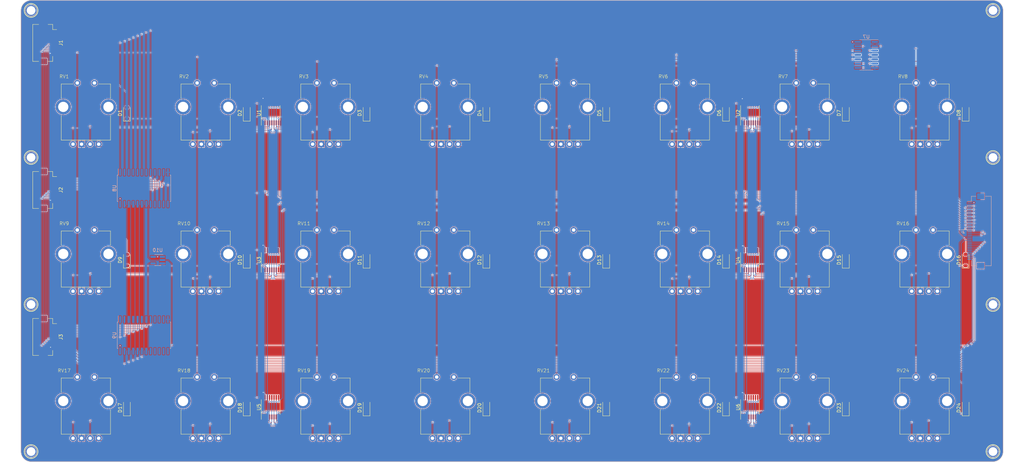
<source format=kicad_pcb>
(kicad_pcb (version 20221018) (generator pcbnew)
  (layers (0 "F.Cu" signal) (31 "B.Cu" signal) (34 "B.Paste" user) (35 "F.Paste" user) (36 "B.SilkS" user "B.Silkscreen") (37 "F.SilkS" user "F.Silkscreen") (38 "B.Mask" user) (39 "F.Mask" user) (44 "Edge.Cuts" user))
  (net 0 "")
  (net 1 "/POT_{5_1}")
  (net 2 "+3.3V")
  (net 3 "GND")
  (net 9 "/DC")
  (net 10 "/SCLK")
  (net 11 "/MOSI")
  (net 12 "/MISO")
  (net 13 "/ROW_1")
  (net 14 "/ROW_2")
  (net 16 "/KEY_SER")
  (net 17 "/KEY_CLK")
  (net 18 "/POT_{5_2}")
  (net 20 "/CS_0")
  (net 21 "/CS_1")
  (net 22 "/CS_2")
  (net 23 "/CS_3")
  (net 24 "/CS_4")
  (net 25 "/ROW_3")
  (net 26 "/POT_SEL_EN")
  (net 27 "/POT_SEL_1")
  (net 28 "/POT_SEL_0")
  (net 29 "/POT_{0_1}")
  (net 30 "/POT_{0_2}")
  (net 31 "/POT_{1_1}")
  (net 32 "Net-(D1-A)")
  (net 33 "Net-(D2-A)")
  (net 34 "Net-(D3-A)")
  (net 35 "Net-(D4-A)")
  (net 36 "Net-(D5-A)")
  (net 37 "Net-(D6-A)")
  (net 38 "Net-(D7-A)")
  (net 39 "Net-(D8-A)")
  (net 40 "Net-(D9-A)")
  (net 41 "Net-(D10-A)")
  (net 42 "Net-(D11-A)")
  (net 43 "Net-(D12-A)")
  (net 44 "Net-(D13-A)")
  (net 45 "Net-(D14-A)")
  (net 46 "Net-(D15-A)")
  (net 47 "Net-(D16-A)")
  (net 48 "/POT_{1_2}")
  (net 51 "/DSP_0_CS")
  (net 52 "/DSP_1_CS")
  (net 53 "/DSP_2_CS")
  (net 54 "/DSP_3_CS")
  (net 55 "/DSP_4_CS")
  (net 56 "/DSP_5_CS")
  (net 57 "/DSP_6_CS")
  (net 58 "/DSP_7_CS")
  (net 59 "/POT_{2_1}")
  (net 60 "/POT_{2_2}")
  (net 61 "/POT_{3_1}")
  (net 62 "/POT_{3_2}")
  (net 63 "/POT_{4_1}")
  (net 64 "/POT_{4_2}")
  (net 65 "/A_{0_1}")
  (net 66 "/DSP_8_CS")
  (net 67 "/DSP_9_CS")
  (net 68 "/DSP_10_CS")
  (net 69 "/DSP_11_CS")
  (net 70 "/DSP_12_CS")
  (net 71 "/DSP_13_CS")
  (net 72 "/DSP_14_CS")
  (net 73 "/DSP_15_CS")
  (net 74 "/A_{0_2}")
  (net 75 "Net-(D17-A)")
  (net 76 "/A_{1_1}")
  (net 77 "/A_{1_2}")
  (net 78 "/COL_0")
  (net 79 "/A_{9_1}")
  (net 80 "/A_{9_2}")
  (net 81 "/A_{2_1}")
  (net 82 "/A_{2_2}")
  (net 83 "/COL_1")
  (net 84 "/A_{10_1}")
  (net 85 "/A_{10_2}")
  (net 86 "/A_{3_1}")
  (net 87 "/A_{3_2}")
  (net 88 "/COL_2")
  (net 89 "/A_{11_1}")
  (net 90 "/A_{11_2}")
  (net 91 "/A_{4_1}")
  (net 92 "/A_{4_2}")
  (net 93 "/COL_3")
  (net 94 "/A_{12_1}")
  (net 95 "/A_{12_2}")
  (net 96 "/A_{5_1}")
  (net 97 "/A_{5_2}")
  (net 98 "/COL_4")
  (net 99 "/A_{13_1}")
  (net 100 "/A_{13_2}")
  (net 101 "/A_{6_1}")
  (net 102 "/A_{6_2}")
  (net 103 "/COL_5")
  (net 104 "/A_{14_1}")
  (net 105 "/A_{14_2}")
  (net 106 "/A_{7_1}")
  (net 107 "/A_{7_2}")
  (net 108 "/COL_6")
  (net 109 "/A_{15_1}")
  (net 110 "/A_{15_2}")
  (net 111 "/A_{8_1}")
  (net 112 "/A_{8_2}")
  (net 113 "/COL_7")
  (net 114 "Net-(D18-A)")
  (net 115 "Net-(D19-A)")
  (net 116 "/CS_EN")
  (net 117 "Net-(D20-A)")
  (net 118 "Net-(D21-A)")
  (net 119 "Net-(D22-A)")
  (net 120 "Net-(D23-A)")
  (net 121 "Net-(D24-A)")
  (net 122 "/DSP_16_CS")
  (net 123 "/DSP_17_CS")
  (net 124 "/DSP_18_CS")
  (net 125 "/DSP_19_CS")
  (net 128 "Net-(U9-~{E1})")
  (net 134 "/~{KEY_CLEAR}")
  (net 135 "/~{OLED_RST}")
  (net 136 "/DSP_20_CS")
  (net 137 "/DSP_21_CS")
  (net 138 "/DSP_22_CS")
  (net 139 "/DSP_23_CS")
  (net 140 "/A_{16_1}")
  (net 141 "/A_{16_2}")
  (net 142 "/A_{17_1}")
  (net 143 "/A_{17_2}")
  (net 144 "/A_{18_1}")
  (net 145 "/A_{18_2}")
  (net 146 "/A_{19_1}")
  (net 147 "/A_{19_2}")
  (net 148 "/A_{20_1}")
  (net 149 "/A_{20_2}")
  (net 150 "/A_{21_1}")
  (net 151 "/A_{21_2}")
  (net 152 "/A_{22_1}")
  (net 153 "/A_{22_2}")
  (net 154 "/A_{23_1}")
  (net 155 "/A_{23_2}")
  (footprint "MPP_Potentiometer_THT:RV142FPF-40B1" (layer "F.Cu") (at 358.178 126.764)
    (fp_text reference "RV8")
    (fp_text value "RV142FPF-40B1")
  )
  (footprint "MPP_MountingHole:MountingHole_M2.5" (layer "F.Cu") (at 378.178 227.554)
    (fp_text reference "H8" hide)
    (fp_text value "MountingHole_Pad_M2.5")
  )
  (footprint "MPP_Potentiometer_THT:RV142FPF-40B1" (layer "F.Cu") (at 358.178 169.764)
    (fp_text reference "RV16")
    (fp_text value "RV142FPF-40B1")
  )
  (footprint "Diode_SMD:D_SOD-123" (layer "F.Cu") (at 265.178 128.554 90)
    (fp_text reference "D5")
    (fp_text value "D_Small_Filled")
  )
  (footprint "Package_SO:TSSOP-16_4.4x5mm_P0.65mm" (layer "F.Cu") (at 167.178 128.554 90)
    (fp_text reference "U1")
    (fp_text value "TMUX1209_TSSOP")
  )
  (footprint "MPP_Potentiometer_THT:RV142FPF-40B1" (layer "F.Cu") (at 358.178 212.764)
    (fp_text reference "RV24")
    (fp_text value "RV142FPF-40B1")
  )
  (footprint "MPP_Potentiometer_THT:RV142FPF-40B1" (layer "F.Cu") (at 148.178 126.764)
    (fp_text reference "RV2")
    (fp_text value "RV142FPF-40B1")
  )
  (footprint "Diode_SMD:D_SOD-123" (layer "F.Cu") (at 370.178 128.554 90)
    (fp_text reference "D8")
    (fp_text value "D_Small_Filled")
  )
  (footprint "MPP_Potentiometer_THT:RV142FPF-40B1" (layer "F.Cu") (at 148.178 169.764)
    (fp_text reference "RV10")
    (fp_text value "RV142FPF-40B1")
  )
  (footprint "MPP_Potentiometer_THT:RV142FPF-40B1" (layer "F.Cu") (at 183.178 169.764)
    (fp_text reference "RV11")
    (fp_text value "RV142FPF-40B1")
  )
  (footprint "Diode_SMD:D_SOD-123" (layer "F.Cu") (at 160.178 128.554 90)
    (fp_text reference "D2")
    (fp_text value "D_Small_Filled")
  )
  (footprint "MPP_MountingHole:MountingHole_M2.5" (layer "F.Cu") (at 378.178 184.554)
    (fp_text reference "H6" hide)
    (fp_text value "MountingHole_Pad_M2.5")
  )
  (footprint "Diode_SMD:D_SOD-123" (layer "F.Cu") (at 300.178 214.764 90)
    (fp_text reference "D22")
    (fp_text value "D_Small_Filled")
  )
  (footprint "MPP_MountingHole:MountingHole_M2.5" (layer "F.Cu") (at 97.178 141.554)
    (fp_text reference "H3" hide)
    (fp_text value "MountingHole_Pad_M2.5")
  )
  (footprint "MPP_Potentiometer_THT:RV142FPF-40B1" (layer "F.Cu") (at 323.178 169.764)
    (fp_text reference "RV15")
    (fp_text value "RV142FPF-40B1")
  )
  (footprint "Diode_SMD:D_SOD-123" (layer "F.Cu") (at 125.178 214.764 90)
    (fp_text reference "D17")
    (fp_text value "D_Small_Filled")
  )
  (footprint "Connector_FFC-FPC:Hirose_FH12-15S-0.5SH_1x15-1MP_P0.50mm_Horizontal" (layer "F.Cu") (at 102.178 151.054 -90)
    (fp_text reference "J2")
    (fp_text value "Conn_01x15_Socket")
  )
  (footprint "MPP_Potentiometer_THT:RV142FPF-40B1" (layer "F.Cu") (at 288.178 126.764)
    (fp_text reference "RV6")
    (fp_text value "RV142FPF-40B1")
  )
  (footprint "Diode_SMD:D_SOD-123" (layer "F.Cu") (at 370.178 214.764 90)
    (fp_text reference "D24")
    (fp_text value "D_Small_Filled")
  )
  (footprint "MPP_Potentiometer_THT:RV142FPF-40B1" (layer "F.Cu") (at 253.178 212.764)
    (fp_text reference "RV21")
    (fp_text value "RV142FPF-40B1")
  )
  (footprint "Package_SO:TSSOP-16_4.4x5mm_P0.65mm" (layer "F.Cu") (at 307.178 171.554 90)
    (fp_text reference "U4")
    (fp_text value "TMUX1209_TSSOP")
  )
  (footprint "Diode_SMD:D_SOD-123" (layer "F.Cu") (at 160.178 171.554 90)
    (fp_text reference "D10")
    (fp_text value "D_Small_Filled")
  )
  (footprint "Diode_SMD:D_SOD-123" (layer "F.Cu") (at 300.178 128.554 90)
    (fp_text reference "D6")
    (fp_text value "D_Small_Filled")
  )
  (footprint "MPP_Potentiometer_THT:RV142FPF-40B1" (layer "F.Cu") (at 323.178 212.764)
    (fp_text reference "RV23")
    (fp_text value "RV142FPF-40B1")
  )
  (footprint "MPP_Potentiometer_THT:RV142FPF-40B1" (layer "F.Cu") (at 253.178 169.764)
    (fp_text reference "RV13")
    (fp_text value "RV142FPF-40B1")
  )
  (footprint "Diode_SMD:D_SOD-123" (layer "F.Cu") (at 230.178 171.554 90)
    (fp_text reference "D12")
    (fp_text value "D_Small_Filled")
  )
  (footprint "Diode_SMD:D_SOD-123" (layer "F.Cu") (at 335.178 171.554 90)
    (fp_text reference "D15")
    (fp_text value "D_Small_Filled")
  )
  (footprint "MPP_Potentiometer_THT:RV142FPF-40B1" (layer "F.Cu") (at 183.178 126.764)
    (fp_text reference "RV3")
    (fp_text value "RV142FPF-40B1")
  )
  (footprint "MPP_Potentiometer_THT:RV142FPF-40B1" (layer "F.Cu") (at 113.178 126.764)
    (fp_text reference "RV1")
    (fp_text value "RV142FPF-40B1")
  )
  (footprint "Diode_SMD:D_SOD-123" (layer "F.Cu") (at 230.178 128.554 90)
    (fp_text reference "D4")
    (fp_text value "D_Small_Filled")
  )
  (footprint "Diode_SMD:D_SOD-123" (layer "F.Cu") (at 265.178 171.554 90)
    (fp_text reference "D13")
    (fp_text value "D_Small_Filled")
  )
  (footprint "Connector_FFC-FPC:Hirose_FH12-15S-0.5SH_1x15-1MP_P0.50mm_Horizontal" (layer "F.Cu") (at 102.178 194.054 -90)
    (fp_text reference "J3")
    (fp_text value "Conn_01x15_Socket")
  )
  (footprint "MPP_Potentiometer_THT:RV142FPF-40B1" (layer "F.Cu") (at 113.178 169.764)
    (fp_text reference "RV9")
    (fp_text value "RV142FPF-40B1")
  )
  (footprint "MPP_Potentiometer_THT:RV142FPF-40B1" (layer "F.Cu") (at 288.178 169.764)
    (fp_text reference "RV14")
    (fp_text value "RV142FPF-40B1")
  )
  (footprint "Diode_SMD:D_SOD-123" (layer "F.Cu") (at 160.178 214.764 90)
    (fp_text reference "D18")
    (fp_text value "D_Small_Filled")
  )
  (footprint "MPP_Potentiometer_THT:RV142FPF-40B1" (layer "F.Cu") (at 323.178 126.764)
    (fp_text reference "RV7")
    (fp_text value "RV142FPF-40B1")
  )
  (footprint "MPP_MountingHole:MountingHole_M2.5" (layer "F.Cu") (at 97.178 98.554)
    (fp_text reference "H1" hide)
    (fp_text value "MountingHole_Pad_M2.5")
  )
  (footprint "Diode_SMD:D_SOD-123" (layer "F.Cu") (at 370.178 171.554 90)
    (fp_text reference "D16")
    (fp_text value "D_Small_Filled")
  )
  (footprint "MPP_MountingHole:MountingHole_M2.5" (layer "F.Cu") (at 97.178 227.554)
    (fp_text reference "H7" hide)
    (fp_text value "MountingHole_Pad_M2.5")
  )
  (footprint "MPP_MountingHole:MountingHole_M2.5" (layer "F.Cu") (at 378.178 98.554)
    (fp_text reference "H2" hide)
    (fp_text value "MountingHole_Pad_M2.5")
  )
  (footprint "MPP_Potentiometer_THT:RV142FPF-40B1" (layer "F.Cu") (at 218.178 212.764)
    (fp_text reference "RV20")
    (fp_text value "RV142FPF-40B1")
  )
  (footprint "Diode_SMD:D_SOD-123" (layer "F.Cu") (at 335.178 214.764 90)
    (fp_text reference "D23")
    (fp_text value "D_Small_Filled")
  )
  (footprint "MPP_Potentiometer_THT:RV142FPF-40B1" (layer "F.Cu") (at 218.178 126.764)
    (fp_text reference "RV4")
    (fp_text value "RV142FPF-40B1")
  )
  (footprint "MPP_Potentiometer_THT:RV142FPF-40B1" (layer "F.Cu") (at 113.178 212.764)
    (fp_text reference "RV17")
    (fp_text value "RV142FPF-40B1")
  )
  (footprint "MPP_Potentiometer_THT:RV142FPF-40B1" (layer "F.Cu") (at 148.178 212.764)
    (fp_text reference "RV18")
    (fp_text value "RV142FPF-40B1")
  )
  (footprint "MPP_MountingHole:MountingHole_M2.5" (layer "F.Cu") (at 97.178 184.554)
    (fp_text reference "H5" hide)
    (fp_text value "MountingHole_Pad_M2.5")
  )
  (footprint "Connector_FFC-FPC:Hirose_FH12-15S-0.5SH_1x15-1MP_P0.50mm_Horizontal" (layer "F.Cu") (at 102.178 108.054 -90)
    (fp_text reference "J1")
    (fp_text value "Conn_01x15_Socket")
  )
  (footprint "Package_SO:TSSOP-16_4.4x5mm_P0.65mm" (layer "F.Cu") (at 167.178 214.554 90)
    (fp_text reference "U5")
    (fp_text value "TMUX1209_TSSOP")
  )
  (footprint "Diode_SMD:D_SOD-123" (layer "F.Cu") (at 195.178 128.554 90)
    (fp_text reference "D3")
    (fp_text value "D_Small_Filled")
  )
  (footprint "Diode_SMD:D_SOD-123" (layer "F.Cu") (at 300.178 171.554 90)
    (fp_text reference "D14")
    (fp_text value "D_Small_Filled")
  )
  (footprint "Diode_SMD:D_SOD-123" (layer "F.Cu") (at 265.178 214.764 90)
    (fp_text reference "D21")
    (fp_text value "D_Small_Filled")
  )
  (footprint "Diode_SMD:D_SOD-123" (layer "F.Cu") (at 230.178 214.764 90)
    (fp_text reference "D20")
    (fp_text value "D_Small_Filled")
  )
  (footprint "Package_SO:TSSOP-16_4.4x5mm_P0.65mm" (layer "F.Cu") (at 307.178 128.554 90)
    (fp_text reference "U2")
    (fp_text value "TMUX1209_TSSOP")
  )
  (footprint "Diode_SMD:D_SOD-123" (layer "F.Cu") (at 125.178 171.554 90)
    (fp_text reference "D9")
    (fp_text value "D_Small_Filled")
  )
  (footprint "MPP_Potentiometer_THT:RV142FPF-40B1" (layer "F.Cu") (at 183.178 212.764)
    (fp_text reference "RV19")
    (fp_text value "RV142FPF-40B1")
  )
  (footprint "Package_SO:TSSOP-16_4.4x5mm_P0.65mm" (layer "F.Cu") (at 307.178 214.554 90)
    (fp_text reference "U6")
    (fp_text value "TMUX1209_TSSOP")
  )
  (footprint "Diode_SMD:D_SOD-123" (layer "F.Cu") (at 195.178 171.554 90)
    (fp_text reference "D11")
    (fp_text value "D_Small_Filled")
  )
  (footprint "Diode_SMD:D_SOD-123" (layer "F.Cu") (at 125.178 128.554 90)
    (fp_text reference "D1")
    (fp_text value "D_Small_Filled")
  )
  (footprint "MPP_Potentiometer_THT:RV142FPF-40B1" (layer "F.Cu") (at 253.178 126.764)
    (fp_text reference "RV5")
    (fp_text value "RV142FPF-40B1")
  )
  (footprint "MPP_Potentiometer_THT:RV142FPF-40B1" (layer "F.Cu") (at 218.178 169.764)
    (fp_text reference "RV12")
    (fp_text value "RV142FPF-40B1")
  )
  (footprint "Diode_SMD:D_SOD-123" (layer "F.Cu") (at 335.178 128.554 90)
    (fp_text reference "D7")
    (fp_text value "D_Small_Filled")
  )
  (footprint "MPP_Potentiometer_THT:RV142FPF-40B1" (layer "F.Cu") (at 288.178 212.764)
    (fp_text reference "RV22")
    (fp_text value "RV142FPF-40B1")
  )
  (footprint "MPP_MountingHole:MountingHole_M2.5" (layer "F.Cu") (at 378.178 141.554)
    (fp_text reference "H4" hide)
    (fp_text value "MountingHole_Pad_M2.5")
  )
  (footprint "Package_SO:TSSOP-16_4.4x5mm_P0.65mm" (layer "F.Cu") (at 167.178 171.554 90)
    (fp_text reference "U3")
    (fp_text value "TMUX1209_TSSOP")
  )
  (footprint "Diode_SMD:D_SOD-123" (layer "F.Cu") (at 195.178 214.764 90)
    (fp_text reference "D19")
    (fp_text value "D_Small_Filled")
  )
  (footprint "Package_SO:SOIC-24W_7.5x15.4mm_P1.27mm" (layer "B.Cu") (at 130.178 193.554 -90)
    (fp_text reference "U9")
    (fp_text value "CD74HC154_SOIC")
  )
  (footprint "Package_TO_SOT_SMD:SOT-23-5_HandSoldering" (layer "B.Cu") (at 134.178 171.554 180)
    (fp_text reference "U10")
    (fp_text value "74LVC1G04")
  )
  (footprint "Connector_FFC-FPC:Hirose_FH12-34S-0.5SH_1x34-1MP_P0.50mm_Horizontal" (layer "B.Cu") (at 373.178 163.054 -90)
    (fp_text reference "J4")
    (fp_text value "Conn_01x34_Socket")
  )
  (footprint "Package_SO:SO-14_3.9x8.65mm_P1.27mm" (layer "B.Cu") (at 341.178 111.554 180)
    (fp_text reference "U7")
    (fp_text value "74HC164")
  )
  (footprint "Package_SO:SOIC-24W_7.5x15.4mm_P1.27mm" (layer "B.Cu") (at 130.178 150.554 -90)
    (fp_text reference "U8")
    (fp_text value "CD74HC154_SOIC")
  )
  (gr_line (start 378.178 230.554) (end 97.178 230.554) (stroke (width 0.1)) (layer "Edge.Cuts"))
  (gr_arc (start 381.178 227.554) (mid 380.29932 229.67532) (end 378.178 230.554) (stroke (width 0.1)) (layer "Edge.Cuts"))
  (gr_arc (start 97.178 230.554) (mid 95.05668 229.67532) (end 94.178 227.554) (stroke (width 0.1)) (layer "Edge.Cuts"))
  (gr_arc (start 94.178 98.554) (mid 95.05668 96.43268) (end 97.178 95.554) (stroke (width 0.1)) (layer "Edge.Cuts"))
  (gr_line (start 381.178 98.554) (end 381.178 227.554) (stroke (width 0.1)) (layer "Edge.Cuts"))
  (gr_line (start 94.178 227.554) (end 94.178 98.554) (stroke (width 0.1)) (layer "Edge.Cuts"))
  (gr_line (start 97.178 95.554) (end 378.178 95.554) (stroke (width 0.1)) (layer "Edge.Cuts"))
  (gr_arc (start 378.178 95.554) (mid 380.29932 96.43268) (end 381.178 98.554) (stroke (width 0.1)) (layer "Edge.Cuts"))
  (segment (start 368.119052 162.308) (end 363.547052 157.736) (width 0.1524) (layer "F.Cu") (net 1))
  (segment (start 309.453 216.1742) (end 309.4712 216.156) (width 0.1524) (layer "F.Cu") (net 1))
  (segment (start 311.1227 157.736) (end 311.0968 157.7101) (width 0.1524) (layer "F.Cu") (net 1))
  (segment (start 370.1264 162.308) (end 368.119052 162.308) (width 0.1524) (layer "F.Cu") (net 1))
  (segment (start 363.547052 157.736) (end 311.1227 157.736) (width 0.1524) (layer "F.Cu") (net 1))
  (segment (start 309.453 217.4165) (end 309.453 216.1742) (width 0.1524) (layer "F.Cu") (net 1))
  (via (at 311.0968 157.7101) (size 0.508) (drill 0.254) (layers "F.Cu" "B.Cu") (net 1))
  (via (at 309.4712 216.156) (size 0.508) (drill 0.254) (layers "F.Cu" "B.Cu") (net 1))
  (via (at 370.1264 162.308) (size 0.508) (drill 0.254) (layers "F.Cu" "B.Cu") (net 1))
  (segment (start 370.1304 162.304) (end 370.1264 162.308) (width 0.1524) (layer "B.Cu") (net 1))
  (segment (start 311.0968 215.3432) (end 310.284 216.156) (width 0.1524) (layer "B.Cu") (net 1))
  (segment (start 311.0968 157.7101) (end 311.0968 215.3432) (width 0.1524) (layer "B.Cu") (net 1))
  (segment (start 371.328 162.304) (end 370.1304 162.304) (width 0.1524) (layer "B.Cu") (net 1))
  (segment (start 310.284 216.156) (end 309.4712 216.156) (width 0.1524) (layer "B.Cu") (net 1))
  (via (at 372.6156 154.7388) (size 0.508) (drill 0.254) (layers "F.Cu" "B.Cu") (net 2))
  (via (at 123.1876 196.598) (size 0.508) (drill 0.254) (layers "F.Cu" "B.Cu") (net 2))
  (via (at 134.1604 170.5884) (size 0.508) (drill 0.254) (layers "F.Cu" "B.Cu") (net 2))
  (via (at 123.1876 153.6212) (size 0.508) (drill 0.254) (layers "F.Cu" "B.Cu") (net 2))
  (via (at 337.1572 107.7488) (size 0.508) (drill 0.254) (layers "F.Cu" "B.Cu") (net 2))
  (segment (start 123.193 155.204) (end 123.193 153.6266) (width 0.1524) (layer "B.Cu") (net 2))
  (segment (start 132.828 170.604) (end 134.1448 170.604) (width 0.1524) (layer "B.Cu") (net 2))
  (segment (start 372.5504 154.804) (end 371.328 154.804) (width 0.1524) (layer "B.Cu") (net 2))
  (segment (start 338.703 107.744) (end 337.162 107.744) (width 0.1524) (layer "B.Cu") (net 2))
  (segment (start 134.1448 170.604) (end 134.1604 170.5884) (width 0.1524) (layer "B.Cu") (net 2))
  (segment (start 337.162 107.744) (end 337.1572 107.7488) (width 0.1524) (layer "B.Cu") (net 2))
  (segment (start 372.6156 154.7388) (end 372.5504 154.804) (width 0.1524) (layer "B.Cu") (net 2))
  (segment (start 123.193 153.6266) (end 123.1876 153.6212) (width 0.1524) (layer "B.Cu") (net 2))
  (segment (start 123.193 196.6034) (end 123.1876 196.598) (width 0.1524) (layer "B.Cu") (net 2))
  (segment (start 123.193 198.204) (end 123.193 196.6034) (width 0.1524) (layer "B.Cu") (net 2))
  (segment (start 102.8688 197.054) (end 102.8676 197.0552) (width 0.1524) (layer "F.Cu") (net 3))
  (segment (start 165.553 168.6915) (end 165.553 167.8434) (width 0.1524) (layer "F.Cu") (net 3))
  (segment (start 165.553 124.8666) (end 164.9452 124.2588) (width 0.1524) (layer "F.Cu") (net 3))
  (segment (start 305.553 125.6915) (end 305.553 124.9634) (width 0.1524) (layer "F.Cu") (net 3))
  (segment (start 305.553 124.9634) (end 304.95 124.3604) (width 0.1524) (layer "F.Cu") (net 3))
  (segment (start 165.553 211.6915) (end 165.553 210.8202) (width 0.1524) (layer "F.Cu") (net 3))
  (segment (start 305.553 168.6915) (end 305.553 167.9402) (width 0.1524) (layer "F.Cu") (net 3))
  (segment (start 102.892 154.054) (end 102.8676 154.0784) (width 0.1524) (layer "F.Cu") (net 3))
  (segment (start 305.553 211.6915) (end 305.553 210.917) (width 0.1524) (layer "F.Cu") (net 3))
  (segment (start 104.028 154.054) (end 102.892 154.054) (width 0.1524) (layer "F.Cu") (net 3))
  (segment (start 165.553 210.8202) (end 164.996 210.2632) (width 0.1524) (layer "F.Cu") (net 3))
  (segment (start 165.553 125.6915) (end 165.553 124.8666) (width 0.1524) (layer "F.Cu") (net 3))
  (segment (start 104.028 197.054) (end 102.8688 197.054) (width 0.1524) (layer "F.Cu") (net 3))
  (segment (start 102.8644 111.054) (end 102.8168 111.1016) (width 0.1524) (layer "F.Cu") (net 3))
  (segment (start 305.553 167.9402) (end 305.0008 167.388) (width 0.1524) (layer "F.Cu") (net 3))
  (segment (start 165.553 167.8434) (end 164.9452 167.2356) (width 0.1524) (layer "F.Cu") (net 3))
  (segment (start 104.028 111.054) (end 102.8644 111.054) (width 0.1524) (layer "F.Cu") (net 3))
  (segment (start 305.553 210.917) (end 304.95 210.314) (width 0.1524) (layer "F.Cu") (net 3))
  (via (at 102.8676 197.0552) (size 0.508) (drill 0.254) (layers "F.Cu" "B.Cu") (net 3))
  (via (at 102.8676 154.0784) (size 0.508) (drill 0.254) (layers "F.Cu" "B.Cu") (net 3))
  (via (at 164.9452 167.2356) (size 0.508) (drill 0.254) (layers "F.Cu" "B.Cu") (net 3))
  (via (at 164.996 210.2632) (size 0.508) (drill 0.254) (layers "F.Cu" "B.Cu") (net 3))
  (via (at 304.95 210.314) (size 0.508) (drill 0.254) (layers "F.Cu" "B.Cu") (net 3))
  (via (at 305.0008 167.388) (size 0.508) (drill 0.254) (layers "F.Cu" "B.Cu") (net 3))
  (via (at 164.9452 124.2588) (size 0.508) (drill 0.254) (layers "F.Cu" "B.Cu") (net 3))
  (via (at 102.8168 111.1016) (size 0.508) (drill 0.254) (layers "F.Cu" "B.Cu") (net 3))
  (via (at 304.95 124.3604) (size 0.508) (drill 0.254) (layers "F.Cu" "B.Cu") (net 3))
  (segment (start 374.292 167.845812) (end 374.2671 167.820912) (width 0.1524) (layer "F.Cu") (net 9))
  (segment (start 104.028 109.054) (end 101.8169 109.054) (width 0.1524) (layer "F.Cu") (net 9))
  (segment (start 101.8257 195.074) (end 106.6268 195.074) (width 0.1524) (layer "F.Cu") (net 9))
  (segment (start 106.6268 195.074) (end 114.3484 202.7956) (width 0.1524) (layer "F.Cu") (net 9))
  (segment (start 101.8192 152.054) (end 101.8013 152.0719) (width 0.1524) (layer "F.Cu") (net 9))
  (segment (start 368.5008 202.7956) (end 374.292 197.0044) (width 0.1524) (layer "F.Cu") (net 9))
  (segment (start 101.811207 109.079507) (end 101.8013 109.0696) (width 0.1524) (layer "F.Cu") (net 9))
  (segment (start 114.3484 202.7956) (end 368.5008 202.7956) (width 0.1524) (layer "F.Cu") (net 9))
  (segment (start 101.8008 195.0491) (end 101.811207 195.038693) (width 0.1524) (layer "F.Cu") (net 9))
  (segment (start 374.292 197.0044) (end 374.292 167.845812) (width 0.1524) (layer "F.Cu") (net 9))
  (segment (start 101.8008 195.0491) (end 101.8257 195.074) (width 0.1524) (layer "F.Cu") (net 9))
  (segment (start 101.8169 109.054) (end 101.8013 109.0696) (width 0.1524) (layer "F.Cu") (net 9))
  (segment (start 104.028 152.054) (end 101.8192 152.054) (width 0.1524) (layer "F.Cu") (net 9))
  (via (at 101.8008 195.0491) (size 0.508) (drill 0.254) (layers "F.Cu" "B.Cu") (net 9))
  (via (at 374.2671 167.820912) (size 0.508) (drill 0.254) (layers "F.Cu" "B.Cu") (net 9))
  (via (at 101.8013 109.0696) (size 0.508) (drill 0.254) (layers "F.Cu" "B.Cu") (net 9))
  (via (at 101.8013 152.0719) (size 0.508) (drill 0.254) (layers "F.Cu" "B.Cu") (net 9))
  (segment (start 101.8008 195.0491) (end 101.8257 195.074) (width 0.1524) (layer "B.Cu") (net 9))
  (segment (start 101.8008 195.0491) (end 101.8008 152.0724) (width 0.1524) (layer "B.Cu") (net 9))
  (segment (start 101.8008 152.0724) (end 101.8013 152.0719) (width 0.1524) (layer "B.Cu") (net 9))
  (segment (start 374.250188 167.804) (end 371.328 167.804) (width 0.1524) (layer "B.Cu") (net 9))
  (segment (start 101.810707 152.062493) (end 101.8013 152.0719) (width 0.1524) (layer "B.Cu") (net 9))
  (segment (start 101.8013 109.0696) (end 101.810707 109.079007) (width 0.1524) (layer "B.Cu") (net 9))
  (segment (start 374.2671 167.820912) (end 374.250188 167.804) (width 0.1524) (layer "B.Cu") (net 9))
  (segment (start 101.810707 109.079007) (end 101.810707 152.062493) (width 0.1524) (layer "B.Cu") (net 9))
  (segment (start 100.3418 110.554) (end 100.3022 110.5936) (width 0.1524) (layer "F.Cu") (net 10))
  (segment (start 100.3186 153.554) (end 100.3022 153.5704) (width 0.1524) (layer "F.Cu") (net 10))
  (segment (start 104.028 153.554) (end 100.3186 153.554) (width 0.1524) (layer "F.Cu") (net 10))
  (segment (start 369.0596 204.1672) (end 375.7144 197.5124) (width 0.1524) (layer "F.Cu") (net 10))
  (segment (start 100.3022 196.5218) (end 100.3276 196.5472) (width 0.1524) (layer "F.Cu") (net 10))
  (segment (start 105.6616 196.5472) (end 113.2816 204.1672) (width 0.1524) (layer "F.Cu") (net 10))
  (segment (start 113.2816 204.1672) (end 369.0596 204.1672) (width 0.1524) (layer "F.Cu") (net 10))
  (segment (start 104.028 110.554) (end 100.3418 110.554) (width 0.1524) (layer "F.Cu") (net 10))
  (segment (start 375.7144 197.5124) (end 375.7144 166.3212) (width 0.1524) (layer "F.Cu") (net 10))
  (segment (start 100.3276 196.5472) (end 105.6616 196.5472) (width 0.1524) (layer "F.Cu") (net 10))
  (via (at 100.3022 110.5936) (size 0.508) (drill 0.254) (layers "F.Cu" "B.Cu") (net 10))
  (via (at 100.3022 196.5218) (size 0.508) (drill 0.254) (layers "F.Cu" "B.Cu") (net 10))
  (via (at 100.3022 153.5704) (size 0.508) (drill 0.254) (layers "F.Cu" "B.Cu") (net 10))
  (via (at 375.7144 166.3212) (size 0.508) (drill 0.254) (layers "F.Cu" "B.Cu") (net 10))
  (segment (start 100.3022 110.5936) (end 100.3022 153.5704) (width 0.1524) (layer "B.Cu") (net 10))
  (segment (start 100.3022 196.5218) (end 100.3344 196.554) (width 0.1524) (layer "B.Cu") (net 10))
  (segment (start 375.7144 166.3212) (end 375.6972 166.304) (width 0.1524) (layer "B.Cu") (net 10))
  (segment (start 375.6972 166.304) (end 371.328 166.304) (width 0.1524) (layer "B.Cu") (net 10))
  (segment (start 100.3022 153.5704) (end 100.3022 196.5218) (width 0.1524) (layer "B.Cu") (net 10))
  (segment (start 100.3022 153.5704) (end 100.3186 153.554) (width 0.1524) (layer "B.Cu") (net 10))
  (segment (start 100.3022 110.5936) (end 100.3418 110.554) (width 0.1524) (layer "B.Cu") (net 10))
  (segment (start 368.8818 203.71) (end 375.2064 197.3854) (width 0.1524) (layer "F.Cu") (net 11))
  (segment (start 104.0101 110.0719) (end 100.7848 110.0719) (width 0.1524) (layer "F.Cu") (net 11))
  (segment (start 105.9923 196.0651) (end 113.6372 203.71) (width 0.1524) (layer "F.Cu") (net 11))
  (segment (start 104.028 153.054) (end 100.7932 153.054) (width 0.1524) (layer "F.Cu") (net 11))
  (segment (start 100.7932 153.054) (end 100.7848 153.0624) (width 0.1524) (layer "F.Cu") (net 11))
  (segment (start 375.2064 197.3854) (end 375.2064 166.800883) (width 0.1524) (layer "F.Cu") (net 11))
  (segment (start 113.6372 203.71) (end 368.8818 203.71) (width 0.1524) (layer "F.Cu") (net 11))
  (segment (start 375.2064 166.800883) (end 375.221183 166.7861) (width 0.1524) (layer "F.Cu") (net 11))
  (segment (start 104.028 110.054) (end 104.0101 110.0719) (width 0.1524) (layer "F.Cu") (net 11))
  (segment (start 100.7848 196.0651) (end 105.9923 196.0651) (width 0.1524) (layer "F.Cu") (net 11))
  (via (at 100.7848 153.0624) (size 0.508) (drill 0.254) (layers "F.Cu" "B.Cu") (net 11))
  (via (at 100.7848 110.0719) (size 0.508) (drill 0.254) (layers "F.Cu" "B.Cu") (net 11))
  (via (at 100.7848 196.0651) (size 0.508) (drill 0.254) (layers "F.Cu" "B.Cu") (net 11))
  (via (at 375.221183 166.7861) (size 0.508) (drill 0.254) (layers "F.Cu" "B.Cu") (net 11))
  (segment (start 375.203283 166.804) (end 371.328 166.804) (width 0.1524) (layer "B.Cu") (net 11))
  (segment (start 100.7848 196.0651) (end 100.7848 153.0624) (width 0.1524) (layer "B.Cu") (net 11))
  (segment (start 375.221183 166.7861) (end 375.203283 166.804) (width 0.1524) (layer "B.Cu") (net 11))
  (segment (start 100.7848 110.0719) (end 100.7848 153.0624) (width 0.1524) (layer "B.Cu") (net 11))
  (segment (start 374.7492 167.311) (end 374.7243 167.2861) (width 0.1524) (layer "F.Cu") (net 12))
  (segment (start 101.2928 195.583) (end 101.3446 195.5312) (width 0.1524) (layer "F.Cu") (net 12))
  (segment (start 374.7492 197.2076) (end 374.7492 167.311) (width 0.1524) (layer "F.Cu") (net 12))
  (segment (start 101.2932 152.554) (end 101.2928 152.5544) (width 0.1524) (layer "F.Cu") (net 12))
  (segment (start 114.0944 203.2528) (end 368.704 203.2528) (width 0.1524) (layer "F.Cu") (net 12))
  (segment (start 106.3728 195.5312) (end 114.0944 203.2528) (width 0.1524) (layer "F.Cu") (net 12))
  (segment (start 368.704 203.2528) (end 374.7492 197.2076) (width 0.1524) (layer "F.Cu") (net 12))
  (segment (start 101.3446 195.5312) (end 106.3728 195.5312) (width 0.1524) (layer "F.Cu") (net 12))
  (segment (start 104.028 109.554) (end 101.3164 109.554) (width 0.1524) (layer "F.Cu") (net 12))
  (segment (start 101.3164 109.554) (end 101.2928 109.5776) (width 0.1524) (layer "F.Cu") (net 12))
  (segment (start 104.028 152.554) (end 101.2932 152.554) (width 0.1524) (layer "F.Cu") (net 12))
  (via (at 101.2928 195.583) (size 0.508) (drill 0.254) (layers "F.Cu" "B.Cu") (net 12))
  (via (at 374.7243 167.2861) (size 0.508) (drill 0.254) (layers "F.Cu" "B.Cu") (net 12))
  (via (at 101.2928 152.5544) (size 0.508) (drill 0.254) (layers "F.Cu" "B.Cu") (net 12))
  (via (at 101.2928 109.5776) (size 0.508) (drill 0.254) (layers "F.Cu" "B.Cu") (net 12))
  (segment (start 101.2928 152.5544) (end 101.2932 152.554) (width 0.1524) (layer "B.Cu") (net 12))
  (segment (start 101.2928 152.5544) (end 101.2928 109.5776) (width 0.1524) (layer "B.Cu") (net 12))
  (segment (start 374.7064 167.304) (end 371.328 167.304) (width 0.1524) (layer "B.Cu") (net 12))
  (segment (start 374.7243 167.2861) (end 374.7064 167.304) (width 0.1524) (layer "B.Cu") (net 12))
  (segment (start 101.2928 109.5776) (end 101.3164 109.554) (width 0.1524) (layer "B.Cu") (net 12))
  (segment (start 101.2928 195.583) (end 101.3218 195.554) (width 0.1524) (layer "B.Cu") (net 12))
  (segment (start 101.2928 152.5544) (end 101.2928 195.583) (width 0.1524) (layer "B.Cu") (net 12))
  (segment (start 265.2272 130.2532) (end 300.1288 130.2532) (width 0.1524) (layer "F.Cu") (net 13))
  (segment (start 230.178 130.204) (end 230.1796 130.2024) (width 0.1524) (layer "F.Cu") (net 13))
  (segment (start 368.3992 130.2024) (end 335.1796 130.2024) (width 0.1524) (layer "F.Cu") (net 13))
  (segment (start 194.643 129.669) (end 195.178 130.204) (width 0.1524) (layer "F.Cu") (net 13))
  (segment (start 195.178 130.204) (end 195.1796 130.2024) (width 0.1524) (layer "F.Cu") (net 13))
  (segment (start 300.178 130.204) (end 300.713 129.669) (width 0.1524) (layer "F.Cu") (net 13))
  (segment (start 195.1796 130.2024) (end 230.1764 130.2024) (width 0.1524) (layer "F.Cu") (net 13))
  (segment (start 300.713 129.669) (end 334.643 129.669) (width 0.1524) (layer "F.Cu") (net 13))
  (segment (start 300.1288 130.2532) (end 300.178 130.204) (width 0.1524) (layer "F.Cu") (net 13))
  (segment (start 125.178 130.204) (end 125.1796 130.2024) (width 0.1524) (layer "F.Cu") (net 13))
  (segment (start 160.1764 130.2024) (end 160.178 130.204) (width 0.1524) (layer "F.Cu") (net 13))
  (segment (start 230.1796 130.2024) (end 265.1764 130.2024) (width 0.1524) (layer "F.Cu") (net 13))
  (segment (start 125.1796 130.2024) (end 160.1764 130.2024) (width 0.1524) (layer "F.Cu") (net 13))
  (segment (start 265.1764 130.2024) (end 265.178 130.204) (width 0.1524) (layer "F.Cu") (net 13))
  (segment (start 370.1764 130.2024) (end 370.178 130.204) (width 0.1524) (layer "F.Cu") (net 13))
  (segment (start 334.643 129.669) (end 335.178 130.204) (width 0.1524) (layer "F.Cu") (net 13))
  (segment (start 368.3992 130.2024) (end 370.1764 130.2024) (width 0.1524) (layer "F.Cu") (net 13))
  (segment (start 265.178 130.204) (end 265.2272 130.2532) (width 0.1524) (layer "F.Cu") (net 13))
  (segment (start 160.713 129.669) (end 194.643 129.669) (width 0.1524) (layer "F.Cu") (net 13))
  (segment (start 230.1764 130.2024) (end 230.178 130.204) (width 0.1524) (layer "F.Cu") (net 13))
  (segment (start 160.178 130.204) (end 160.713 129.669) (width 0.1524) (layer "F.Cu") (net 13))
  (segment (start 335.1796 130.2024) (end 335.178 130.204) (width 0.1524) (layer "F.Cu") (net 13))
  (via (at 368.3992 130.2024) (size 0.508) (drill 0.254) (layers "F.Cu" "B.Cu") (net 13))
  (segment (start 368.3992 163.578) (end 369.6252 164.804) (width 0.1524) (layer "B.Cu") (net 13))
  (segment (start 369.6252 164.804) (end 371.328 164.804) (width 0.1524) (layer "B.Cu") (net 13))
  (segment (start 368.3992 130.2024) (end 368.3992 163.578) (width 0.1524) (layer "B.Cu") (net 13))
  (segment (start 335.178 173.204) (end 334.6706 172.6966) (width 0.1524) (layer "F.Cu") (net 14))
  (segment (start 195.2028 173.1792) (end 195.178 173.204) (width 0.1524) (layer "F.Cu") (net 14))
  (segment (start 230.1532 173.1792) (end 195.2028 173.1792) (width 0.1524) (layer "F.Cu") (net 14))
  (segment (start 160.6854 172.6966) (end 160.178 173.204) (width 0.1524) (layer "F.Cu") (net 14))
  (segment (start 370.1024 173.1284) (end 335.2536 173.1284) (width 0.1524) (layer "F.Cu") (net 14))
  (segment (start 334.6706 172.6966) (end 300.6854 172.6966) (width 0.1524) (layer "F.Cu") (net 14))
  (segment (start 160.152 173.23) (end 125.204 173.23) (width 0.1524) (layer "F.Cu") (net 14))
  (segment (start 230.2028 173.1792) (end 230.178 173.204) (width 0.1524) (layer "F.Cu") (net 14))
  (segment (start 300.1024 173.1284) (end 265.2536 173.1284) (width 0.1524) (layer "F.Cu") (net 14))
  (segment (start 194.6706 172.6966) (end 160.6854 172.6966) (width 0.1524) (layer "F.Cu") (net 14))
  (segment (start 300.6854 172.6966) (end 300.178 173.204) (width 0.1524) (layer "F.Cu") (net 14))
  (segment (start 335.2536 173.1284) (end 335.178 173.204) (width 0.1524) (layer "F.Cu") (net 14))
  (segment (start 300.178 173.204) (end 300.1024 173.1284) (width 0.1524) (layer "F.Cu") (net 14))
  (segment (start 160.178 173.204) (end 160.152 173.23) (width 0.1524) (layer "F.Cu") (net 14))
  (segment (start 230.178 173.204) (end 230.1532 173.1792) (width 0.1524) (layer "F.Cu") (net 14))
  (segment (start 125.204 173.23) (end 125.178 173.204) (width 0.1524) (layer "F.Cu") (net 14))
  (segment (start 265.178 173.204) (end 265.1532 173.1792) (width 0.1524) (layer "F.Cu") (net 14))
  (segment (start 195.178 173.204) (end 194.6706 172.6966) (width 0.1524) (layer "F.Cu") (net 14))
  (segment (start 265.2536 173.1284) (end 265.178 173.204) (width 0.1524) (layer "F.Cu") (net 14))
  (segment (start 265.1532 173.1792) (end 230.2028 173.1792) (width 0.1524) (layer "F.Cu") (net 14))
  (segment (start 370.178 173.204) (end 370.1024 173.1284) (width 0.1524) (layer "F.Cu") (net 14))
  (via (at 368.4251 173.1284) (size 0.508) (drill 0.254) (layers "F.Cu" "B.Cu") (net 14))
  (segment (start 371.328 165.304) (end 369.6196 165.304) (width 0.1524) (layer "B.Cu") (net 14))
  (segment (start 368.4251 166.4985) (end 368.4251 173.1284) (width 0.1524) (layer "B.Cu") (net 14))
  (segment (start 369.6196 165.304) (end 368.4251 166.4985) (width 0.1524) (layer "B.Cu") (net 14))
  (segment (start 371.9044 108.968) (end 345.3868 108.968) (width 0.1524) (layer "F.Cu") (net 16))
  (segment (start 375.7144 112.778) (end 371.9044 108.968) (width 0.1524) (layer "F.Cu") (net 16))
  (segment (start 375.7144 163.832) (end 375.7144 112.778) (width 0.1524) (layer "F.Cu") (net 16))
  (via (at 375.7144 163.832) (size 0.508) (drill 0.254) (layers "F.Cu" "B.Cu") (net 16))
  (via (at 345.3868 108.968) (size 0.508) (drill 0.254) (layers "F.Cu" "B.Cu") (net 16))
  (segment (start 343.699 108.968) (end 343.653 109.014) (width 0.1524) (layer "B.Cu") (net 16))
  (segment (start 371.328 163.804) (end 375.6864 163.804) (width 0.1524) (layer "B.Cu") (net 16))
  (segment (start 343.653 107.744) (end 343.653 109.014) (width 0.1524) (layer "B.Cu") (net 16))
  (segment (start 375.6864 163.804) (end 375.7144 163.832) (width 0.1524) (layer "B.Cu") (net 16))
  (segment (start 345.3868 108.968) (end 343.699 108.968) (width 0.1524) (layer "B.Cu") (net 16))
  (segment (start 341.9832 115.318) (end 340.3068 115.318) (width 0.1524) (layer "F.Cu") (net 17))
  (segment (start 374.7492 164.2861) (end 374.7497 164.2856) (width 0.1524) (layer "F.Cu") (net 17))
  (segment (start 374.7497 117.9601) (end 371.5488 114.7592) (width 0.1524) (layer "F.Cu") (net 17))
  (segment (start 371.5488 114.7592) (end 342.542 114.7592) (width 0.1524) (layer "F.Cu") (net 17))
  (segment (start 374.7497 164.2856) (end 374.7497 117.9601) (width 0.1524) (layer "F.Cu") (net 17))
  (segment (start 342.542 114.7592) (end 341.9832 115.318) (width 0.1524) (layer "F.Cu") (net 17))
  (via (at 340.3068 115.318) (size 0.508) (drill 0.254) (layers "F.Cu" "B.Cu") (net 17))
  (via (at 374.7492 164.2861) (size 0.508) (drill 0.254) (layers "F.Cu" "B.Cu") (net 17))
  (segment (start 340.3068 115.318) (end 338.749 115.318) (width 0.1524) (layer "B.Cu") (net 17))
  (segment (start 338.749 115.318) (end 338.703 115.364) (width 0.1524) (layer "B.Cu") (net 17))
  (segment (start 374.7492 164.2861) (end 374.7313 164.304) (width 0.1524) (layer "B.Cu") (net 17))
  (segment (start 374.7313 164.304) (end 371.328 164.304) (width 0.1524) (layer "B.Cu") (net 17))
  (segment (start 367.9928 162.816) (end 363.4208 158.244) (width 0.1524) (layer "F.Cu") (net 18))
  (segment (start 309.453 212.9374) (end 309.4712 212.9556) (width 0.1524) (layer "F.Cu") (net 18))
  (segment (start 309.453 211.6915) (end 309.453 212.9374) (width 0.1524) (layer "F.Cu") (net 18))
  (segment (start 310.6645 158.244) (end 310.5629 158.1424) (width 0.1524) (layer "F.Cu") (net 18))
  (segment (start 372.5648 162.816) (end 367.9928 162.816) (width 0.1524) (layer "F.Cu") (net 18))
  (segment (start 363.4208 158.244) (end 310.6645 158.244) (width 0.1524) (layer "F.Cu") (net 18))
  (via (at 310.5629 158.1424) (size 0.508) (drill 0.254) (layers "F.Cu" "B.Cu") (net 18))
  (via (at 372.5648 162.816) (size 0.508) (drill 0.254) (layers "F.Cu" "B.Cu") (net 18))
  (via (at 309.4712 212.9556) (size 0.508) (drill 0.254) (layers "F.Cu" "B.Cu") (net 18))
  (segment (start 310.5629 211.8639) (end 309.4712 212.9556) (width 0.1524) (layer "B.Cu") (net 18))
  (segment (start 372.5528 162.804) (end 372.5648 162.816) (width 0.1524) (layer "B.Cu") (net 18))
  (segment (start 310.5629 158.1424) (end 310.5629 211.8639) (width 0.1524) (layer "B.Cu") (net 18))
  (segment (start 371.328 162.804) (end 372.5528 162.804) (width 0.1524) (layer "B.Cu") (net 18))
  (segment (start 124.463 201.8304) (end 368.196 201.8304) (width 0.1524) (layer "F.Cu") (net 20))
  (segment (start 368.196 201.8304) (end 373.3268 196.6996) (width 0.1524) (layer "F.Cu") (net 20))
  (segment (start 373.3268 196.6996) (end 373.3268 168.8104) (width 0.1524) (layer "F.Cu") (net 20))
  (via (at 124.463 201.8304) (size 0.508) (drill 0.254) (layers "F.Cu" "B.Cu") (net 20))
  (via (at 373.3268 168.8104) (size 0.508) (drill 0.254) (layers "F.Cu" "B.Cu") (net 20))
  (segment (start 371.328 168.804) (end 373.3204 168.804) (width 0.1524) (layer "B.Cu") (net 20))
  (segment (start 125.2044 155.9454) (end 124.463 155.204) (width 0.1524) (layer "B.Cu") (net 20))
  (segment (start 125.2044 197.4626) (end 125.2044 155.9454) (width 0.1524) (layer "B.Cu") (net 20))
  (segment (start 124.463 198.204) (end 125.2044 197.4626) (width 0.1524) (layer "B.Cu") (net 20))
  (segment (start 373.3204 168.804) (end 373.3268 168.8104) (width 0.1524) (layer "B.Cu") (net 20))
  (segment (start 124.463 201.8304) (end 124.463 198.204) (width 0.1524) (layer "B.Cu") (net 20))
  (segment (start 125.7276 201.3224) (end 368.0436 201.3224) (width 0.1524) (layer "F.Cu") (net 21))
  (segment (start 368.0436 201.3224) (end 372.8447 196.5213) (width 0.1524) (layer "F.Cu") (net 21))
  (segment (start 372.8447 196.5213) (end 372.8447 169.2861) (width 0.1524) (layer "F.Cu") (net 21))
  (via (at 125.7276 201.3224) (size 0.508) (drill 0.254) (layers "F.Cu" "B.Cu") (net 21))
  (via (at 372.8447 169.2861) (size 0.508) (drill 0.254) (layers "F.Cu" "B.Cu") (net 21))
  (segment (start 372.8268 169.304) (end 372.8447 169.2861) (width 0.1524) (layer "B.Cu") (net 21))
  (segment (start 125.733 198.204) (end 126.2616 197.6754) (width 0.1524) (layer "B.Cu") (net 21))
  (segment (start 371.328 169.304) (end 372.8268 169.304) (width 0.1524) (layer "B.Cu") (net 21))
  (segment (start 126.2616 197.6754) (end 126.2616 155.7326) (width 0.1524) (layer "B.Cu") (net 21))
  (segment (start 125.733 201.317) (end 125.7276 201.3224) (width 0.1524) (layer "B.Cu") (net 21))
  (segment (start 125.733 198.204) (end 125.733 201.317) (width 0.1524) (layer "B.Cu") (net 21))
  (segment (start 126.2616 155.7326) (end 125.733 155.204) (width 0.1524) (layer "B.Cu") (net 21))
  (segment (start 126.9976 200.8144) (end 367.8912 200.8144) (width 0.1524) (layer "F.Cu") (net 22))
  (segment (start 367.8912 200.8144) (end 372.3626 196.343) (width 0.1524) (layer "F.Cu") (net 22))
  (segment (start 372.3626 196.343) (end 372.3626 169.8264) (width 0.1524) (layer "F.Cu") (net 22))
  (via (at 372.3626 169.8264) (size 0.508) (drill 0.254) (layers "F.Cu" "B.Cu") (net 22))
  (via (at 126.9976 200.8144) (size 0.508) (drill 0.254) (layers "F.Cu" "B.Cu") (net 22))
  (segment (start 372.3402 169.804) (end 372.3626 169.8264) (width 0.1524) (layer "B.Cu") (net 22))
  (segment (start 127.5316 197.6754) (end 127.5316 155.7326) (width 0.1524) (layer "B.Cu") (net 22))
  (segment (start 127.003 198.204) (end 127.003 200.809) (width 0.1524) (layer "B.Cu") (net 22))
  (segment (start 127.5316 155.7326) (end 127.003 155.204) (width 0.1524) (layer "B.Cu") (net 22))
  (segment (start 127.003 198.204) (end 127.5316 197.6754) (width 0.1524) (layer "B.Cu") (net 22))
  (segment (start 127.003 200.809) (end 126.9976 200.8144) (width 0.1524) (layer "B.Cu") (net 22))
  (segment (start 371.328 169.804) (end 372.3402 169.804) (width 0.1524) (layer "B.Cu") (net 22))
  (segment (start 371.244 196.7504) (end 371.8805 196.1139) (width 0.1524) (layer "F.Cu") (net 23))
  (segment (start 371.8805 196.1139) (end 371.8805 196.0392) (width 0.1524) (layer "F.Cu") (net 23))
  (segment (start 131.9252 200.3064) (end 367.688 200.3064) (width 0.1524) (layer "F.Cu") (net 23))
  (segment (start 367.688 200.3064) (end 371.244 196.7504) (width 0.1524) (layer "F.Cu") (net 23))
  (segment (start 128.273 200.3064) (end 131.9252 200.3064) (width 0.1524) (layer "F.Cu") (net 23))
  (via (at 128.273 200.3064) (size 0.508) (drill 0.254) (layers "F.Cu" "B.Cu") (net 23))
  (via (at 371.8805 196.0392) (size 0.508) (drill 0.254) (layers "F.Cu" "B.Cu") (net 23))
  (segment (start 128.8016 155.7326) (end 128.273 155.204) (width 0.1524) (layer "B.Cu") (net 23))
  (segment (start 128.273 198.204) (end 128.8016 197.6754) (width 0.1524) (layer "B.Cu") (net 23))
  (segment (start 372.9204 194.9993) (end 371.8805 196.0392) (width 0.1524) (layer "B.Cu") (net 23))
  (segment (start 371.328 170.304) (end 372.1304 170.304) (width 0.1524) (layer "B.Cu") (net 23))
  (segment (start 128.273 200.3064) (end 128.273 198.204) (width 0.1524) (layer "B.Cu") (net 23))
  (segment (start 372.9204 171.094) (end 372.9204 194.9993) (width 0.1524) (layer "B.Cu") (net 23))
  (segment (start 372.1304 170.304) (end 372.9204 171.094) (width 0.1524) (layer "B.Cu") (net 23))
  (segment (start 128.8016 197.6754) (end 128.8016 155.7326) (width 0.1524) (layer "B.Cu") (net 23))
  (segment (start 370.764006 196.519194) (end 370.736 196.5472) (width 0.1524) (layer "F.Cu") (net 24))
  (segment (start 370.784694 196.519194) (end 370.764006 196.519194) (width 0.1524) (layer "F.Cu") (net 24))
  (segment (start 138.326 196.4964) (end 370.7619 196.4964) (width 0.1524) (layer "F.Cu") (net 24))
  (segment (start 370.7619 196.4964) (end 370.784694 196.519194) (width 0.1524) (layer "F.Cu") (net 24))
  (segment (start 138.2752 196.4456) (end 138.326 196.4964) (width 0.1524) (layer "F.Cu") (net 24))
  (via (at 370.784694 196.519194) (size 0.508) (drill 0.254) (layers "F.Cu" "B.Cu") (net 24))
  (via (at 138.2752 196.4456) (size 0.508) (drill 0.254) (layers "F.Cu" "B.Cu") (net 24))
  (segment (start 370.784694 196.452506) (end 372.4632 194.774) (width 0.1524) (layer "B.Cu") (net 24))
  (segment (start 131.4172 170.7554) (end 131.4172 155.8082) (width 0.1524) (layer "B.Cu") (net 24))
  (segment (start 138.2752 196.4456) (end 138.2752 172.5696) (width 0.1524) (layer "B.Cu") (net 24))
  (segment (start 372.4632 171.182) (end 372.0852 170.804) (width 0.1524) (layer "B.Cu") (net 24))
  (segment (start 131.4172 155.8082) (end 130.813 155.204) (width 0.1524) (layer "B.Cu") (net 24))
  (segment (start 372.0852 170.804) (end 371.328 170.804) (width 0.1524) (layer "B.Cu") (net 24))
  (segment (start 370.784694 196.519194) (end 370.784694 196.452506) (width 0.1524) (layer "B.Cu") (net 24))
  (segment (start 135.528 171.554) (end 132.2158 171.554) (width 0.1524) (layer "B.Cu") (net 24))
  (segment (start 138.2752 172.5696) (end 137.2596 171.554) (width 0.1524) (layer "B.Cu") (net 24))
  (segment (start 372.4632 194.774) (end 372.4632 171.182) (width 0.1524) (layer "B.Cu") (net 24))
  (segment (start 137.2596 171.554) (end 135.528 171.554) (width 0.1524) (layer "B.Cu") (net 24))
  (segment (start 132.2158 171.554) (end 131.4172 170.7554) (width 0.1524) (layer "B.Cu") (net 24))
  (segment (start 194.412 215.648) (end 160.944 215.648) (width 0.1524) (layer "F.Cu") (net 25))
  (segment (start 195.178 216.414) (end 194.412 215.648) (width 0.1524) (layer "F.Cu") (net 25))
  (segment (start 230.1312 216.4608) (end 195.2248 216.4608) (width 0.1524) (layer "F.Cu") (net 25))
  (segment (start 300.178 216.414) (end 300.9186 215.6734) (width 0.1524) (layer "F.Cu") (net 25))
  (segment (start 160.944 215.648) (end 160.178 216.414) (width 0.1524) (layer "F.Cu") (net 25))
  (segment (start 265.1312 216.4608) (end 230.2248 216.4608) (width 0.1524) (layer "F.Cu") (net 25))
  (segment (start 300.1312 216.4608) (end 265.2248 216.4608) (width 0.1524) (layer "F.Cu") (net 25))
  (segment (start 230.178 216.414) (end 230.1312 216.4608) (width 0.1524) (layer "F.Cu") (net 25))
  (segment (start 370.174 216.41) (end 370.178 216.414) (width 0.1524) (layer "F.Cu") (net 25))
  (segment (start 265.2248 216.4608) (end 265.178 216.414) (width 0.1524) (layer "F.Cu") (net 25))
  (segment (start 334.4374 215.6734) (end 335.178 216.414) (width 0.1524) (layer "F.Cu") (net 25))
  (segment (start 300.178 216.414) (end 300.1312 216.4608) (width 0.1524) (layer "F.Cu") (net 25))
  (segment (start 160.178 216.414) (end 125.178 216.414) (width 0.1524) (layer "F.Cu") (net 25))
  (segment (start 230.2248 216.4608) (end 230.178 216.414) (width 0.1524) (layer "F.Cu") (net 25))
  (segment (start 195.2248 216.4608) (end 195.178 216.414) (width 0.1524) (layer "F.Cu") (net 25))
  (segment (start 368.9072 216.41) (end 370.174 216.41) (width 0.1524) (layer "F.Cu") (net 25))
  (segment (start 300.9186 215.6734) (end 334.4374 215.6734) (width 0.1524) (layer "F.Cu") (net 25))
  (segment (start 265.178 216.414) (end 265.1312 216.4608) (width 0.1524) (layer "F.Cu") (net 25))
  (segment (start 368.9072 216.41) (end 335.182 216.41) (width 0.1524) (layer "F.Cu") (net 25))
  (segment (start 335.182 216.41) (end 335.178 216.414) (width 0.1524) (layer "F.Cu") (net 25))
  (via (at 368.9072 216.41) (size 0.508) (drill 0.254) (layers "F.Cu" "B.Cu") (net 25))
  (segment (start 368.9072 216.41) (end 368.9072 166.6768) (width 0.1524) (layer "B.Cu") (net 25))
  (segment (start 368.9072 166.6768) (end 369.78 165.804) (width 0.1524) (layer "B.Cu") (net 25))
  (segment (start 369.78 165.804) (end 371.328 165.804) (width 0.1524) (layer "B.Cu") (net 25))
  (segment (start 305.553 216.1626) (end 305.5596 216.156) (width 0.1524) (layer "F.Cu") (net 26))
  (segment (start 305.553 131.4165) (end 305.553 130.1582) (width 0.1524) (layer "F.Cu") (net 26))
  (segment (start 306.1941 152.4528) (end 166.2152 152.4528) (width 0.1524) (layer "F.Cu") (net 26))
  (segment (start 165.553 130.1534) (end 165.5548 130.1516) (width 0.1524) (layer "F.Cu") (net 26))
  (segment (start 165.553 131.4165) (end 165.553 130.1534) (width 0.1524) (layer "F.Cu") (net 26))
  (segment (start 165.553 217.4165) (end 165.553 216.1578) (width 0.1524) (layer "F.Cu") (net 26))
  (segment (start 369.8978 156.7962) (end 365.5285 152.4269) (width 0.1524) (layer "F.Cu") (net 26))
  (segment (start 372.5902 156.7962) (end 369.8978 156.7962) (width 0.1524) (layer "F.Cu") (net 26))
  (segment (start 165.553 174.4165) (end 165.553 173.181) (width 0.1524) (layer "F.Cu") (net 26))
  (segment (start 306.22 152.4269) (end 306.1941 152.4528) (width 0.1524) (layer "F.Cu") (net 26))
  (segment (start 165.553 173.181) (end 165.5548 173.1792) (width 0.1524) (layer "F.Cu") (net 26))
  (segment (start 365.5285 152.4269) (end 306.22 152.4269) (width 0.1524) (layer "F.Cu") (net 26))
  (segment (start 305.553 174.4165) (end 305.553 173.1858) (width 0.1524) (layer "F.Cu") (net 26))
  (segment (start 305.553 130.1582) (end 305.5596 130.1516) (width 0.1524) (layer "F.Cu") (net 26))
  (segment (start 305.553 173.1858) (end 305.5596 173.1792) (width 0.1524) (layer "F.Cu") (net 26))
  (segment (start 372.6156 156.7708) (end 372.5902 156.7962) (width 0.1524) (layer "F.Cu") (net 26))
  (segment (start 305.553 217.4165) (end 305.553 216.1626) (width 0.1524) (layer "F.Cu") (net 26))
  (segment (start 165.553 216.1578) (end 165.5548 216.156) (width 0.1524) (layer "F.Cu") (net 26))
  (via (at 372.6156 156.7708) (size 0.508) (drill 0.254) (layers "F.Cu" "B.Cu") (net 26))
  (via (at 165.5548 130.1516) (size 0.508) (drill 0.254) (layers "F.Cu" "B.Cu") (net 26))
  (via (at 166.2152 152.4528) (size 0.508) (drill 0.254) (layers "F.Cu" "B.Cu") (net 26))
  (via (at 306.22 152.4269) (size 0.508) (drill 0.254) (layers "F.Cu" "B.Cu") (net 26))
  (via (at 305.5596 173.1792) (size 0.508) (drill 0.254) (layers "F.Cu" "B.Cu") (net 26))
  (via (at 165.5548 216.156) (size 0.508) (drill 0.254) (layers "F.Cu" "B.Cu") (net 26))
  (via (at 165.5548 173.1792) (size 0.508) (drill 0.254) (layers "F.Cu" "B.Cu") (net 26))
  (via (at 305.5596 216.156) (size 0.508) (drill 0.254) (layers "F.Cu" "B.Cu") (net 26))
  (via (at 305.5596 130.1516) (size 0.508) (drill 0.254) (layers "F.Cu" "B.Cu") (net 26))
  (segment (start 165.5548 130.1516) (end 166.2152 130.812) (width 0.1524) (layer "B.Cu") (net 26))
  (segment (start 306.22 172.5188) (end 305.5596 173.1792) (width 0.1524) (layer "B.Cu") (net 26))
  (segment (start 306.22 215.4956) (end 305.5596 216.156) (width 0.1524) (layer "B.Cu") (net 26))
  (segment (start 166.2152 215.4956) (end 165.5548 216.156) (width 0.1524) (layer "B.Cu") (net 26))
  (segment (start 306.22 173.8396) (end 306.22 215.4956) (width 0.1524) (layer "B.Cu") (net 26))
  (segment (start 372.5824 156.804) (end 371.328 156.804) (width 0.1524) (layer "B.Cu") (net 26))
  (segment (start 306.22 130.812) (end 305.5596 130.1516) (width 0.1524) (layer "B.Cu") (net 26))
  (segment (start 165.5548 173.1792) (end 166.2152 173.8396) (width 0.1524) (layer "B.Cu") (net 26))
  (segment (start 372.6156 156.7708) (end 372.5824 156.804) (width 0.1524) (layer "B.Cu") (net 26))
  (segment (start 305.5596 173.1792) (end 306.22 173.8396) (width 0.1524) (layer "B.Cu") (net 26))
  (segment (start 306.22 152.4269) (end 306.22 130.812) (width 0.1524) (layer "B.Cu") (net 26))
  (segment (start 166.2152 152.4528) (end 166.2152 172.5188) (width 0.1524) (layer "B.Cu") (net 26))
  (segment (start 306.22 152.4269) (end 306.22 172.5188) (width 0.1524) (layer "B.Cu") (net 26))
  (segment (start 166.2152 172.5188) (end 165.5548 173.1792) (width 0.1524) (layer "B.Cu") (net 26))
  (segment (start 166.2152 130.812) (end 166.2152 152.4528) (width 0.1524) (layer "B.Cu") (net 26))
  (segment (start 166.2152 173.8396) (end 166.2152 215.4956) (width 0.1524) (layer "B.Cu") (net 26))
  (segment (start 163.2077 125.6915) (end 164.903 125.6915) (width 0.1524) (layer "F.Cu") (net 27))
  (segment (start 303.172 211.6856) (end 304.8971 211.6856) (width 0.1524) (layer "F.Cu") (net 27))
  (segment (start 163.2121 211.6915) (end 163.1672 211.7364) (width 0.1524) (layer "F.Cu") (net 27))
  (segment (start 163.1672 125.732) (end 163.2077 125.6915) (width 0.1524) (layer "F.Cu") (net 27))
  (segment (start 164.8187 168.6072) (end 164.903 168.6915) (width 0.1524) (layer "F.Cu") (net 27))
  (segment (start 164.903 211.6915) (end 163.2121 211.6915) (width 0.1524) (layer "F.Cu") (net 27))
  (segment (start 163.1672 168.6072) (end 164.8187 168.6072) (width 0.1524) (layer "F.Cu") (net 27))
  (segment (start 303.2055 168.6915) (end 303.172 168.658) (width 0.1524) (layer "F.Cu") (net 27))
  (segment (start 365.7576 151.9448) (end 303.172 151.9448) (width 0.1524) (layer "F.Cu") (net 27))
  (segment (start 304.8625 125.732) (end 304.903 125.6915) (width 0.1524) (layer "F.Cu") (net 27))
  (segment (start 303.172 151.9448) (end 163.1672 151.9448) (width 0.1524) (layer "F.Cu") (net 27))
  (segment (start 304.8971 211.6856) (end 304.903 211.6915) (width 0.1524) (layer "F.Cu") (net 27))
  (segment (start 370.0756 156.2628) (end 365.7576 151.9448) (width 0.1524) (layer "F.Cu") (net 27))
  (segment (start 304.903 168.6915) (end 303.2055 168.6915) (width 0.1524) (layer "F.Cu") (net 27))
  (segment (start 303.172 125.732) (end 304.8625 125.732) (width 0.1524) (layer "F.Cu") (net 27))
  (via (at 163.1672 151.9448) (size 0.508) (drill 0.254) (layers "F.Cu" "B.Cu") (net 27))
  (via (at 303.172 151.9448) (size 0.508) (drill 0.254) (layers "F.Cu" "B.Cu") (net 27))
  (via (at 163.1672 168.6072) (size 0.508) (drill 0.254) (layers "F.Cu" "B.Cu") (net 27))
  (via (at 303.172 125.732) (size 0.508) (drill 0.254) (layers "F.Cu" "B.Cu") (net 27))
  (via (at 303.172 211.6856) (size 0.508) (drill 0.254) (layers "F.Cu" "B.Cu") (net 27))
  (via (at 303.172 168.658) (size 0.508) (drill 0.254) (layers "F.Cu" "B.Cu") (net 27))
  (via (at 370.0756 156.2628) (size 0.508) (drill 0.254) (layers "F.Cu" "B.Cu") (net 27))
  (via (at 163.1672 211.7364) (size 0.508) (drill 0.254) (layers "F.Cu" "B.Cu") (net 27))
  (via (at 163.1672 125.732) (size 0.508) (drill 0.254) (layers "F.Cu" "B.Cu") (net 27))
  (segment (start 370.1168 156.304) (end 371.328 156.304) (width 0.1524) (layer "B.Cu") (net 27))
  (segment (start 303.172 168.658) (end 303.172 151.9448) (width 0.1524) (layer "B.Cu") (net 27))
  (segment (start 303.172 168.658) (end 303.172 211.6856) (width 0.1524) (layer "B.Cu") (net 27))
  (segment (start 303.172 151.9448) (end 303.172 125.732) (width 0.1524) (layer "B.Cu") (net 27))
  (segment (start 163.1672 211.7364) (end 163.1672 168.6072) (width 0.1524) (layer "B.Cu") (net 27))
  (segment (start 370.0756 156.2628) (end 370.1168 156.304) (width 0.1524) (layer "B.Cu") (net 27))
  (segment (start 163.1672 168.6072) (end 163.1672 151.9448) (width 0.1524) (layer "B.Cu") (net 27))
  (segment (start 163.1672 151.9448) (end 163.1672 125.732) (width 0.1524) (layer "B.Cu") (net 27))
  (segment (start 372.6156 155.7548) (end 372.5648 155.8056) (width 0.1524) (layer "F.Cu") (net 28))
  (segment (start 304.903 217.4165) (end 304.903 216.1598) (width 0.1524) (layer "F.Cu") (net 28))
  (segment (start 164.903 174.4165) (end 164.903 173.1878) (width 0.1524) (layer "F.Cu") (net 28))
  (segment (start 370.3804 155.8056) (end 366.0116 151.4368) (width 0.1524) (layer "F.Cu") (net 28))
  (segment (start 164.903 131.4165) (end 164.903 130.1602) (width 0.1524) (layer "F.Cu") (net 28))
  (segment (start 304.903 131.4165) (end 304.903 130.1554) (width 0.1524) (layer "F.Cu") (net 28))
  (segment (start 304.903 216.1598) (end 304.8992 216.156) (width 0.1524) (layer "F.Cu") (net 28))
  (segment (start 366.0116 151.4368) (end 305.5596 151.4368) (width 0.1524) (layer "F.Cu") (net 28))
  (segment (start 304.903 174.4165) (end 304.903 173.183) (width 0.1524) (layer "F.Cu") (net 28))
  (segment (start 164.903 130.1602) (end 164.8944 130.1516) (width 0.1524) (layer "F.Cu") (net 28))
  (segment (start 304.903 173.183) (end 304.8992 173.1792) (width 0.1524) (layer "F.Cu") (net 28))
  (segment (start 164.903 217.4165) (end 164.903 216.1646) (width 0.1524) (layer "F.Cu") (net 28))
  (segment (start 305.5596 151.4368) (end 165.5548 151.4368) (width 0.1524) (layer "F.Cu") (net 28))
  (segment (start 372.5648 155.8056) (end 370.3804 155.8056) (width 0.1524) (layer "F.Cu") (net 28))
  (segment (start 164.903 216.1646) (end 164.8944 216.156) (width 0.1524) (layer "F.Cu") (net 28))
  (segment (start 164.903 173.1878) (end 164.8944 173.1792) (width 0.1524) (layer "F.Cu") (net 28))
  (segment (start 304.903 130.1554) (end 304.8992 130.1516) (width 0.1524) (layer "F.Cu") (net 28))
  (via (at 304.8992 130.1516) (size 0.508) (drill 0.254) (layers "F.Cu" "B.Cu") (net 28))
  (via (at 304.8992 216.156) (size 0.508) (drill 0.254) (layers "F.Cu" "B.Cu") (net 28))
  (via (at 164.8944 173.1792) (size 0.508) (drill 0.254) (layers "F.Cu" "B.Cu") (net 28))
  (via (at 305.5596 151.4368) (size 0.508) (drill 0.254) (layers "F.Cu" "B.Cu") (net 28))
  (via (at 372.6156 155.7548) (size 0.508) (drill 0.254) (layers "F.Cu" "B.Cu") (net 28))
  (via (at 165.5548 151.4368) (size 0.508) (drill 0.254) (layers "F.Cu" "B.Cu") (net 28))
  (via (at 164.8944 216.156) (size 0.508) (drill 0.254) (layers "F.Cu" "B.Cu") (net 28))
  (via (at 164.8944 130.1516) (size 0.508) (drill 0.254) (layers "F.Cu" "B.Cu") (net 28))
  (via (at 304.8992 173.1792) (size 0.508) (drill 0.254) (layers "F.Cu" "B.Cu") (net 28))
  (segment (start 165.5548 172.468) (end 164.8944 173.1284) (width 0.1524) (layer "B.Cu") (net 28))
  (segment (start 164.8944 173.2808) (end 165.5548 173.9412) (width 0.1524) (layer "B.Cu") (net 28))
  (segment (start 304.8992 130.1516) (end 304.8992 130.1737) (width 0.1524) (layer "B.Cu") (net 28))
  (segment (start 165.5548 151.4368) (end 165.5548 172.468) (width 0.1524) (layer "B.Cu") (net 28))
  (segment (start 164.8944 130.1516) (end 164.8944 130.2024) (width 0.1524) (layer "B.Cu") (net 28))
  (segment (start 305.5596 173.8617) (end 305.5596 215.4735) (width 0.1524) (layer "B.Cu") (net 28))
  (segment (start 304.8992 173.1571) (end 304.8992 173.1792) (width 0.1524) (layer "B.Cu") (net 28))
  (segment (start 165.5548 215.4448) (end 164.8944 216.1052) (width 0.1524) (layer "B.Cu") (net 28))
  (segment (start 372.6156 155.7548) (end 372.5664 155.804) (width 0.1524) (layer "B.Cu") (net 28))
  (segment (start 305.5596 172.4967) (end 304.8992 173.1571) (width 0.1524) (layer "B.Cu") (net 28))
  (segment (start 164.8944 130.2024) (end 165.5548 130.8628) (width 0.1524) (layer "B.Cu") (net 28))
  (segment (start 305.5596 215.4735) (end 304.8992 216.1339) (width 0.1524) (layer "B.Cu") (net 28))
  (segment (start 165.5548 173.9412) (end 165.5548 215.4448) (width 0.1524) (layer "B.Cu") (net 28))
  (segment (start 164.8944 216.1052) (end 164.8944 216.156) (width 0.1524) (layer "B.Cu") (net 28))
  (segment (start 164.8944 173.1284) (end 164.8944 173.1792) (width 0.1524) (layer "B.Cu") (net 28))
  (segment (start 164.8944 173.1792) (end 164.8944 173.2808) (width 0.1524) (layer "B.Cu") (net 28))
  (segment (start 304.8992 173.2013) (end 305.5596 173.8617) (width 0.1524) (layer "B.Cu") (net 28))
  (segment (start 372.5664 155.804) (end 371.328 155.804) (width 0.1524) (layer "B.Cu") (net 28))
  (segment (start 304.8992 130.1737) (end 305.5596 130.8341) (width 0.1524) (layer "B.Cu") (net 28))
  (segment (start 305.5596 130.8341) (end 305.5596 151.4368) (width 0.1524) (layer "B.Cu") (net 28))
  (segment (start 305.5596 151.4368) (end 305.5596 172.4967) (width 0.1524) (layer "B.Cu") (net 28))
  (segment (start 304.8992 216.1339) (end 304.8992 216.156) (width 0.1524) (layer "B.Cu") (net 28))
  (segment (start 165.5548 130.8628) (end 165.5548 151.4368) (width 0.1524) (layer "B.Cu") (net 28))
  (segment (start 304.8992 173.1792) (end 304.8992 173.2013) (width 0.1524) (layer "B.Cu") (net 28))
  (segment (start 169.4664 152.9349) (end 169.4918 152.9095) (width 0.1524) (layer "F.Cu") (net 29))
  (segment (start 169.4918 152.9095) (end 365.2999 152.9095) (width 0.1524) (layer "F.Cu") (net 29))
  (segment (start 369.6692 157.2788) (end 370.1264 157.2788) (width 0.1524) (layer "F.Cu") (net 29))
  (segment (start 169.453 131.4165) (end 169.453 130.165) (width 0.1524) (layer "F.Cu") (net 29))
  (segment (start 169.453 130.165) (end 169.4664 130.1516) (width 0.1524) (layer "F.Cu") (net 29))
  (segment (start 365.2999 152.9095) (end 369.6692 157.2788) (width 0.1524) (layer "F.Cu") (net 29))
  (via (at 169.4664 152.9349) (size 0.508) (drill 0.254) (layers "F.Cu" "B.Cu") (net 29))
  (via (at 169.4664 130.1516) (size 0.508) (drill 0.254) (layers "F.Cu" "B.Cu") (net 29))
  (via (at 370.1264 157.2788) (size 0.508) (drill 0.254) (layers "F.Cu" "B.Cu") (net 29))
  (segment (start 169.4664 152.9349) (end 169.4664 130.1516) (width 0.1524) (layer "B.Cu") (net 29))
  (segment (start 370.1516 157.304) (end 370.1264 157.2788) (width 0.1524) (layer "B.Cu") (net 29))
  (segment (start 371.328 157.304) (end 370.1516 157.304) (width 0.1524) (layer "B.Cu") (net 29))
  (segment (start 170.0252 153.3916) (end 170.0496 153.3672) (width 0.1524) (layer "F.Cu") (net 30))
  (segment (start 365.0464 153.3672) (end 369.466 157.7868) (width 0.1524) (layer "F.Cu") (net 30))
  (segment (start 169.453 126.9378) (end 169.4664 126.9512) (width 0.1524) (layer "F.Cu") (net 30))
  (segment (start 170.0496 153.3672) (end 365.0464 153.3672) (width 0.1524) (layer "F.Cu") (net 30))
  (segment (start 169.453 125.6915) (end 169.453 126.9378) (width 0.1524) (layer "F.Cu") (net 30))
  (segment (start 369.466 157.7868) (end 372.5648 157.7868) (width 0.1524) (layer "F.Cu") (net 30))
  (via (at 170.0252 153.3916) (size 0.508) (drill 0.254) (layers "F.Cu" "B.Cu") (net 30))
  (via (at 372.5648 157.7868) (size 0.508) (drill 0.254) (layers "F.Cu" "B.Cu") (net 30))
  (via (at 169.4664 126.9512) (size 0.508) (drill 0.254) (layers "F.Cu" "B.Cu") (net 30))
  (segment (start 170.0252 127.51) (end 169.4664 126.9512) (width 0.1524) (layer "B.Cu") (net 30))
  (segment (start 170.0252 153.3916) (end 170.0252 127.51) (width 0.1524) (layer "B.Cu") (net 30))
  (segment (start 371.328 157.804) (end 372.5476 157.804) (width 0.1524) (layer "B.Cu") (net 30))
  (segment (start 372.5476 157.804) (end 372.5648 157.7868) (width 0.1524) (layer "B.Cu") (net 30))
  (segment (start 364.7924 153.7736) (end 369.3136 158.2948) (width 0.1524) (layer "F.Cu") (net 31))
  (segment (start 309.4961 153.7736) (end 309.4204 153.8493) (width 0.1524) (layer "F.Cu") (net 31))
  (segment (start 360.752793 153.7736) (end 364.7924 153.7736) (width 0.1524) (layer "F.Cu") (net 31))
  (segment (start 360.752793 153.7736) (end 309.4961 153.7736) (width 0.1524) (layer "F.Cu") (net 31))
  (segment (start 369.3136 158.2948) (end 370.1264 158.2948) (width 0.1524) (layer "F.Cu") (net 31))
  (segment (start 309.453 130.1698) (end 309.4712 130.1516) (width 0.1524) (layer "F.Cu") (net 31))
  (segment (start 309.453 131.4165) (end 309.453 130.1698) (width 0.1524) (layer "F.Cu") (net 31))
  (via (at 370.1264 158.2948) (size 0.508) (drill 0.254) (layers "F.Cu" "B.Cu") (net 31))
  (via (at 309.4204 153.8493) (size 0.508) (drill 0.254) (layers "F.Cu" "B.Cu") (net 31))
  (via (at 309.4712 130.1516) (size 0.508) (drill 0.254) (layers "F.Cu" "B.Cu") (net 31))
  (segment (start 371.328 158.304) (end 370.1356 158.304) (width 0.1524) (layer "B.Cu") (net 31))
  (segment (start 309.4204 153.8493) (end 309.4204 130.2024) (width 0.1524) (layer "B.Cu") (net 31))
  (segment (start 309.4204 130.2024) (end 309.4712 130.1516) (width 0.1524) (layer "B.Cu") (net 31))
  (segment (start 370.1356 158.304) (end 370.1264 158.2948) (width 0.1524) (layer "B.Cu") (net 31))
  (segment (start 122.2488 119.764) (end 125.178 122.6932) (width 0.1524) (layer "F.Cu") (net 32))
  (segment (start 115.678 119.764) (end 122.2488 119.764) (width 0.1524) (layer "F.Cu") (net 32))
  (segment (start 125.178 122.6932) (end 125.178 126.904) (width 0.1524) (layer "F.Cu") (net 32))
  (segment (start 157.3516 119.764) (end 160.1192 122.5316) (width 0.1524) (layer "F.Cu") (net 33))
  (segment (start 150.678 119.764) (end 157.3516 119.764) (width 0.1524) (layer "F.Cu") (net 33))
  (segment (start 160.1192 122.5316) (end 160.1192 126.8452) (width 0.1524) (layer "F.Cu") (net 33))
  (segment (start 160.1192 126.8452) (end 160.178 126.904) (width 0.1524) (layer "F.Cu") (net 33))
  (segment (start 185.678 119.764) (end 192.302 119.764) (width 0.1524) (layer "F.Cu") (net 34))
  (segment (start 195.178 122.64) (end 195.178 126.904) (width 0.1524) (layer "F.Cu") (net 34))
  (segment (start 192.302 119.764) (end 195.178 122.64) (width 0.1524) (layer "F.Cu") (net 34))
  (segment (start 227.4048 119.764) (end 230.178 122.5372) (width 0.1524) (layer "F.Cu") (net 35))
  (segment (start 230.178 122.5372) (end 230.178 126.904) (width 0.1524) (layer "F.Cu") (net 35))
  (segment (start 220.678 119.764) (end 227.4048 119.764) (width 0.1524) (layer "F.Cu") (net 35))
  (segment (start 265.1228 122.5316) (end 265.1228 126.8488) (width 0.1524) (layer "F.Cu") (net 36))
  (segment (start 262.3552 119.764) (end 265.1228 122.5316) (width 0.1524) (layer "F.Cu") (net 36))
  (segment (start 265.1228 126.8488) (end 265.178 126.904) (width 0.1524) (layer "F.Cu") (net 36))
  (segment (start 255.678 119.764) (end 262.3552 119.764) (width 0.1524) (layer "F.Cu") (net 36))
  (segment (start 297.3056 119.764) (end 300.1748 122.6332) (width 0.1524) (layer "F.Cu") (net 37))
  (segment (start 290.678 119.764) (end 297.3056 119.764) (width 0.1524) (layer "F.Cu") (net 37))
  (segment (start 300.1748 126.9008) (end 300.178 126.904) (width 0.1524) (layer "F.Cu") (net 37))
  (segment (start 300.1748 122.6332) (end 300.1748 126.9008) (width 0.1524) (layer "F.Cu") (net 37))
  (segment (start 325.678 119.764) (end 332.3068 119.764) (width 0.1524) (layer "F.Cu") (net 38))
  (segment (start 335.176 122.6332) (end 335.176 126.902) (width 0.1524) (layer "F.Cu") (net 38))
  (segment (start 332.3068 119.764) (end 335.176 122.6332) (width 0.1524) (layer "F.Cu") (net 38))
  (segment (start 335.176 126.902) (end 335.178 126.904) (width 0.1524) (layer "F.Cu") (net 38))
  (segment (start 360.678 119.764) (end 367.2572 119.764) (width 0.1524) (layer "F.Cu") (net 39))
  (segment (start 370.178 122.6848) (end 370.178 126.904) (width 0.1524) (layer "F.Cu") (net 39))
  (segment (start 367.2572 119.764) (end 370.178 122.6848) (width 0.1524) (layer "F.Cu") (net 39))
  (segment (start 115.678 162.764) (end 122.2212 162.764) (width 0.1524) (layer "F.Cu") (net 40))
  (segment (start 125.178 165.7208) (end 125.178 169.904) (width 0.1524) (layer "F.Cu") (net 40))
  (segment (start 122.2212 162.764) (end 125.178 165.7208) (width 0.1524) (layer "F.Cu") (net 40))
  (segment (start 150.678 162.764) (end 157.2732 162.764) (width 0.1524) (layer "F.Cu") (net 41))
  (segment (start 160.178 165.6688) (end 160.178 169.904) (width 0.1524) (layer "F.Cu") (net 41))
  (segment (start 157.2732 162.764) (end 160.178 165.6688) (width 0.1524) (layer "F.Cu") (net 41))
  (segment (start 192.2744 162.764) (end 195.222 165.7116) (width 0.1524) (layer "F.Cu") (net 42))
  (segment (start 185.678 162.764) (end 192.2744 162.764) (width 0.1524) (layer "F.Cu") (net 42))
  (segment (start 195.222 165.7116) (end 195.222 169.86) (width 0.1524) (layer "F.Cu") (net 42))
  (segment (start 195.222 169.86) (end 195.178 169.904) (width 0.1524) (layer "F.Cu") (net 42))
  (segment (start 227.2248 162.764) (end 230.178 165.7172) (width 0.1524) (layer "F.Cu") (net 43))
  (segment (start 230.178 165.7172) (end 230.178 169.904) (width 0.1524) (layer "F.Cu") (net 43))
  (segment (start 220.678 162.764) (end 227.2248 162.764) (width 0.1524) (layer "F.Cu") (net 43))
  (segment (start 265.1736 169.8996) (end 265.178 169.904) (width 0.1524) (layer "F.Cu") (net 44))
  (segment (start 265.1736 165.6608) (end 265.1736 169.8996) (width 0.1524) (layer "F.Cu") (net 44))
  (segment (start 262.2768 162.764) (end 265.1736 165.6608) (width 0.1524) (layer "F.Cu") (net 44))
  (segment (start 255.678 162.764) (end 262.2768 162.764) (width 0.1524) (layer "F.Cu") (net 44))
  (segment (start 297.3288 162.764) (end 300.2256 165.6608) (width 0.1524) (layer "F.Cu") (net 45))
  (segment (start 300.2256 169.8564) (end 300.178 169.904) (width 0.1524) (layer "F.Cu") (net 45))
  (segment (start 300.2256 165.6608) (end 300.2256 169.8564) (width 0.1524) (layer "F.Cu") (net 45))
  (segment (start 290.678 162.764) (end 297.3288 162.764) (width 0.1524) (layer "F.Cu") (net 45))
  (segment (start 335.178 165.612) (end 335.178 169.904) (width 0.1524) (layer "F.Cu") (net 46))
  (segment (start 332.33 162.764) (end 335.178 165.612) (width 0.1524) (layer "F.Cu") (net 46))
  (segment (start 325.678 162.764) (end 332.33 162.764) (width 0.1524) (layer "F.Cu") (net 46))
  (segment (start 367.382 162.764) (end 370.228 165.61) (width 0.1524) (layer "F.Cu") (net 47))
  (segment (start 360.678 162.764) (end 367.382 162.764) (width 0.1524) (layer "F.Cu") (net 47))
  (segment (start 370.228 165.61) (end 370.228 169.854) (width 0.1524) (layer "F.Cu") (net 47))
  (segment (start 370.228 169.854) (end 370.178 169.904) (width 0.1524) (layer "F.Cu") (net 47))
  (segment (start 372.6156 158.804) (end 372.6144 158.8028) (width 0.1524) (layer "F.Cu") (net 48))
  (segment (start 309.453 125.6915) (end 309.453 126.933) (width 0.1524) (layer "F.Cu") (net 48))
  (segment (start 372.6144 158.8028) (end 369.1612 158.8028) (width 0.1524) (layer "F.Cu") (net 48))
  (segment (start 369.1612 158.8028) (end 364.64 154.2816) (width 0.1524) (layer "F.Cu") (net 48))
  (segment (start 309.453 126.933) (end 309.4712 126.9512) (width 0.1524) (layer "F.Cu") (net 48))
  (segment (start 364.64 154.2816) (end 310.0559 154.2816) (width 0.1524) (layer "F.Cu") (net 48))
  (segment (start 310.0559 154.2816) (end 310.03 154.2557) (width 0.1524) (layer "F.Cu") (net 48))
  (via (at 309.4712 126.9512) (size 0.508) (drill 0.254) (layers "F.Cu" "B.Cu") (net 48))
  (via (at 310.03 154.2557) (size 0.508) (drill 0.254) (layers "F.Cu" "B.Cu") (net 48))
  (via (at 372.6156 158.804) (size 0.508) (drill 0.254) (layers "F.Cu" "B.Cu") (net 48))
  (segment (start 310.03 154.2557) (end 310.03 127.51) (width 0.1524) (layer "B.Cu") (net 48))
  (segment (start 310.03 127.51) (end 309.4712 126.9512) (width 0.1524) (layer "B.Cu") (net 48))
  (segment (start 372.6156 158.804) (end 371.328 158.804) (width 0.1524) (layer "B.Cu") (net 48))
  (segment (start 123.1871 108.0536) (end 123.1876 108.0531) (width 0.1524) (layer "F.Cu") (net 51))
  (segment (start 104.0284 108.0536) (end 123.1871 108.0536) (width 0.1524) (layer "F.Cu") (net 51))
  (segment (start 104.028 108.054) (end 104.0284 108.0536) (width 0.1524) (layer "F.Cu") (net 51))
  (via (at 123.1876 108.0531) (size 0.508) (drill 0.254) (layers "F.Cu" "B.Cu") (net 51))
  (segment (start 123.1876 145.8986) (end 123.193 145.904) (width 0.1524) (layer "B.Cu") (net 51))
  (segment (start 123.1876 108.0531) (end 123.1876 145.8986) (width 0.1524) (layer "B.Cu") (net 51))
  (segment (start 104.028 107.554) (end 104.045 107.571) (width 0.1524) (layer "F.Cu") (net 52))
  (segment (start 124.5587 107.571) (end 124.5592 107.5705) (width 0.1524) (layer "F.Cu") (net 52))
  (segment (start 104.045 107.571) (end 124.5587 107.571) (width 0.1524) (layer "F.Cu") (net 52))
  (via (at 124.5592 107.5705) (size 0.508) (drill 0.254) (layers "F.Cu" "B.Cu") (net 52))
  (segment (start 124.5084 107.6213) (end 124.5084 145.8586) (width 0.1524) (layer "B.Cu") (net 52))
  (segment (start 124.5084 145.8586) (end 124.463 145.904) (width 0.1524) (layer "B.Cu") (net 52))
  (segment (start 124.5592 107.5705) (end 124.5084 107.6213) (width 0.1524) (layer "B.Cu") (net 52))
  (segment (start 125.8033 107.0884) (end 125.8292 107.0625) (width 0.1524) (layer "F.Cu") (net 53))
  (segment (start 104.0624 107.0884) (end 125.8033 107.0884) (width 0.1524) (layer "F.Cu") (net 53))
  (segment (start 104.028 107.054) (end 104.0624 107.0884) (width 0.1524) (layer "F.Cu") (net 53))
  (via (at 125.8292 107.0625) (size 0.508) (drill 0.254) (layers "F.Cu" "B.Cu") (net 53))
  (segment (start 125.7784 145.8586) (end 125.733 145.904) (width 0.1524) (layer "B.Cu") (net 53))
  (segment (start 125.8292 107.0625) (end 125.7784 107.1133) (width 0.1524) (layer "B.Cu") (net 53))
  (segment (start 125.7784 107.1133) (end 125.7784 145.8586) (width 0.1524) (layer "B.Cu") (net 53))
  (segment (start 104.0544 106.5804) (end 127.0225 106.5804) (width 0.1524) (layer "F.Cu") (net 54))
  (segment (start 104.0036 106.5296) (end 104.0544 106.5804) (width 0.1524) (layer "F.Cu") (net 54))
  (segment (start 127.0225 106.5804) (end 127.0484 106.5545) (width 0.1524) (layer "F.Cu") (net 54))
  (via (at 127.0484 106.5545) (size 0.508) (drill 0.254) (layers "F.Cu" "B.Cu") (net 54))
  (segment (start 127.003 106.5999) (end 127.003 145.904) (width 0.1524) (layer "B.Cu") (net 54))
  (segment (start 127.0484 106.5545) (end 127.003 106.5999) (width 0.1524) (layer "B.Cu") (net 54))
  (segment (start 128.2666 106.0724) (end 128.3184 106.0206) (width 0.1524) (layer "F.Cu") (net 55))
  (segment (start 104.028 106.054) (end 104.0464 106.0724) (width 0.1524) (layer "F.Cu") (net 55))
  (segment (start 104.0464 106.0724) (end 128.2666 106.0724) (width 0.1524) (layer "F.Cu") (net 55))
  (via (at 128.3184 106.0206) (size 0.508) (drill 0.254) (layers "F.Cu" "B.Cu") (net 55))
  (segment (start 128.3184 106.0206) (end 128.3184 145.8586) (width 0.1524) (layer "B.Cu") (net 55))
  (segment (start 128.3184 145.8586) (end 128.273 145.904) (width 0.1524) (layer "B.Cu") (net 55))
  (segment (start 104.028 105.554) (end 104.0435 105.5385) (width 0.1524) (layer "F.Cu") (net 56))
  (segment (start 104.0435 105.5385) (end 129.4868 105.5385) (width 0.1524) (layer "F.Cu") (net 56))
  (via (at 129.4868 105.5385) (size 0.508) (drill 0.254) (layers "F.Cu" "B.Cu") (net 56))
  (segment (start 129.543 105.5947) (end 129.4868 105.5385) (width 0.1524) (layer "B.Cu") (net 56))
  (segment (start 129.543 145.904) (end 129.543 105.5947) (width 0.1524) (layer "B.Cu") (net 56))
  (segment (start 130.7309 105.0564) (end 130.7568 105.0305) (width 0.1524) (layer "F.Cu") (net 57))
  (segment (start 104.028 105.054) (end 104.0304 105.0564) (width 0.1524) (layer "F.Cu") (net 57))
  (segment (start 104.0304 105.0564) (end 130.7309 105.0564) (width 0.1524) (layer "F.Cu") (net 57))
  (via (at 130.7568 105.0305) (size 0.508) (drill 0.254) (layers "F.Cu" "B.Cu") (net 57))
  (segment (start 130.7568 105.0305) (end 130.7568 145.8478) (width 0.1524) (layer "B.Cu") (net 57))
  (segment (start 130.7568 145.8478) (end 130.813 145.904) (width 0.1524) (layer "B.Cu") (net 57))
  (segment (start 132.0268 104.5484) (end 132.0776 104.4976) (width 0.1524) (layer "F.Cu") (net 58))
  (segment (start 104.028 104.554) (end 104.0336 104.5484) (width 0.1524) (layer "F.Cu") (net 58))
  (segment (start 104.0336 104.5484) (end 132.0268 104.5484) (width 0.1524) (layer "F.Cu") (net 58))
  (via (at 132.0776 104.4976) (size 0.508) (drill 0.254) (layers "F.Cu" "B.Cu") (net 58))
  (segment (start 132.0776 104.4976) (end 132.0776 145.8986) (width 0.1524) (layer "B.Cu") (net 58))
  (segment (start 132.0776 145.8986) (end 132.083 145.904) (width 0.1524) (layer "B.Cu") (net 58))
  (segment (start 169.453 173.1926) (end 169.4664 173.1792) (width 0.1524) (layer "F.Cu") (net 59))
  (segment (start 364.4876 154.7896) (end 369.0088 159.3108) (width 0.1524) (layer "F.Cu") (net 59))
  (segment (start 357.31148 154.7896) (end 364.4876 154.7896) (width 0.1524) (layer "F.Cu") (net 59))
  (segment (start 357.31148 154.7896) (end 170.1268 154.7896) (width 0.1524) (layer "F.Cu") (net 59))
  (segment (start 169.453 174.4165) (end 169.453 173.1926) (width 0.1524) (layer "F.Cu") (net 59))
  (segment (start 170.1268 154.7896) (end 170.076 154.7388) (width 0.1524) (layer "F.Cu") (net 59))
  (segment (start 369.0088 159.3108) (end 370.1264 159.3108) (width 0.1524) (layer "F.Cu") (net 59))
  (via (at 169.4664 173.1792) (size 0.508) (drill 0.254) (layers "F.Cu" "B.Cu") (net 59))
  (via (at 370.1264 159.3108) (size 0.508) (drill 0.254) (layers "F.Cu" "B.Cu") (net 59))
  (via (at 170.076 154.7388) (size 0.508) (drill 0.254) (layers "F.Cu" "B.Cu") (net 59))
  (segment (start 370.1332 159.304) (end 370.1264 159.3108) (width 0.1524) (layer "B.Cu") (net 59))
  (segment (start 170.076 154.7388) (end 170.076 172.5696) (width 0.1524) (layer "B.Cu") (net 59))
  (segment (start 170.076 172.5696) (end 169.4664 173.1792) (width 0.1524) (layer "B.Cu") (net 59))
  (segment (start 371.328 159.304) (end 370.1332 159.304) (width 0.1524) (layer "B.Cu") (net 59))
  (segment (start 169.568 155.2976) (end 169.5172 155.2468) (width 0.1524) (layer "F.Cu") (net 60))
  (segment (start 368.9072 159.8188) (end 364.386 155.2976) (width 0.1524) (layer "F.Cu") (net 60))
  (segment (start 169.453 168.6915) (end 169.453 169.915097) (width 0.1524) (layer "F.Cu") (net 60))
  (segment (start 169.453 169.915097) (end 169.465903 169.928) (width 0.1524) (layer "F.Cu") (net 60))
  (segment (start 364.386 155.2976) (end 169.568 155.2976) (width 0.1524) (layer "F.Cu") (net 60))
  (segment (start 372.6664 159.8188) (end 368.9072 159.8188) (width 0.1524) (layer "F.Cu") (net 60))
  (via (at 169.465903 169.928) (size 0.508) (drill 0.254) (layers "F.Cu" "B.Cu") (net 60))
  (via (at 169.5172 155.2468) (size 0.508) (drill 0.254) (layers "F.Cu" "B.Cu") (net 60))
  (via (at 372.6664 159.8188) (size 0.508) (drill 0.254) (layers "F.Cu" "B.Cu") (net 60))
  (segment (start 372.6516 159.804) (end 371.328 159.804) (width 0.1524) (layer "B.Cu") (net 60))
  (segment (start 372.6664 159.8188) (end 372.6516 159.804) (width 0.1524) (layer "B.Cu") (net 60))
  (segment (start 169.5172 155.2468) (end 169.5172 169.876703) (width 0.1524) (layer "B.Cu") (net 60))
  (segment (start 169.5172 169.876703) (end 169.465903 169.928) (width 0.1524) (layer "B.Cu") (net 60))
  (segment (start 309.453 173.1974) (end 309.4712 173.1792) (width 0.1524) (layer "F.Cu") (net 61))
  (segment (start 368.732 160.304) (end 364.1828 155.7548) (width 0.1524) (layer "F.Cu") (net 61))
  (segment (start 364.1828 155.7548) (end 310.1316 155.7548) (width 0.1524) (layer "F.Cu") (net 61))
  (segment (start 310.1316 155.7548) (end 310.0808 155.8056) (width 0.1524) (layer "F.Cu") (net 61))
  (segment (start 370.1264 160.304) (end 368.732 160.304) (width 0.1524) (layer "F.Cu") (net 61))
  (segment (start 309.453 174.4165) (end 309.453 173.1974) (width 0.1524) (layer "F.Cu") (net 61))
  (via (at 309.4712 173.1792) (size 0.508) (drill 0.254) (layers "F.Cu" "B.Cu") (net 61))
  (via (at 370.1264 160.304) (size 0.508) (drill 0.254) (layers "F.Cu" "B.Cu") (net 61))
  (via (at 310.0808 155.8056) (size 0.508) (drill 0.254) (layers "F.Cu" "B.Cu") (net 61))
  (segment (start 310.0808 155.8056) (end 310.0808 172.5696) (width 0.1524) (layer "B.Cu") (net 61))
  (segment (start 370.1264 160.304) (end 371.328 160.304) (width 0.1524) (layer "B.Cu") (net 61))
  (segment (start 310.0808 172.5696) (end 309.4712 173.1792) (width 0.1524) (layer "B.Cu") (net 61))
  (segment (start 372.6356 160.804) (end 372.6302 160.8094) (width 0.1524) (layer "F.Cu") (net 62))
  (segment (start 309.453 169.9098) (end 309.4712 169.928) (width 0.1524) (layer "F.Cu") (net 62))
  (segment (start 309.453 168.6915) (end 309.453 169.9098) (width 0.1524) (layer "F.Cu") (net 62))
  (segment (start 368.577 160.8094) (end 364.0558 156.2882) (width 0.1524) (layer "F.Cu") (net 62))
  (segment (start 309.5474 156.2882) (end 309.522 156.2628) (width 0.1524) (layer "F.Cu") (net 62))
  (segment (start 372.6302 160.8094) (end 368.577 160.8094) (width 0.1524) (layer "F.Cu") (net 62))
  (segment (start 364.0558 156.2882) (end 309.5474 156.2882) (width 0.1524) (layer "F.Cu") (net 62))
  (via (at 372.6356 160.804) (size 0.508) (drill 0.254) (layers "F.Cu" "B.Cu") (net 62))
  (via (at 309.522 156.2628) (size 0.508) (drill 0.254) (layers "F.Cu" "B.Cu") (net 62))
  (via (at 309.4712 169.928) (size 0.508) (drill 0.254) (layers "F.Cu" "B.Cu") (net 62))
  (segment (start 372.6356 160.804) (end 371.328 160.804) (width 0.1524) (layer "B.Cu") (net 62))
  (segment (start 309.522 169.8772) (end 309.4712 169.928) (width 0.1524) (layer "B.Cu") (net 62))
  (segment (start 309.522 156.2628) (end 309.522 169.8772) (width 0.1524) (layer "B.Cu") (net 62))
  (segment (start 171.092 156.7459) (end 171.0925 156.7454) (width 0.1524) (layer "F.Cu") (net 63))
  (segment (start 169.453 216.1694) (end 169.4664 216.156) (width 0.1524) (layer "F.Cu") (net 63))
  (segment (start 169.453 217.4165) (end 169.453 216.1694) (width 0.1524) (layer "F.Cu") (net 63))
  (segment (start 363.9034 156.7454) (end 368.45 161.292) (width 0.1524) (layer "F.Cu") (net 63))
  (segment (start 368.45 161.292) (end 370.1264 161.292) (width 0.1524) (layer "F.Cu") (net 63))
  (segment (start 171.0925 156.7454) (end 363.9034 156.7454) (width 0.1524) (layer "F.Cu") (net 63))
  (via (at 169.4664 216.156) (size 0.508) (drill 0.254) (layers "F.Cu" "B.Cu") (net 63))
  (via (at 171.092 156.7459) (size 0.508) (drill 0.254) (layers "F.Cu" "B.Cu") (net 63))
  (via (at 370.1264 161.292) (size 0.508) (drill 0.254) (layers "F.Cu" "B.Cu") (net 63))
  (segment (start 371.328 161.304) (end 370.1384 161.304) (width 0.1524) (layer "B.Cu") (net 63))
  (segment (start 171.092 215.1908) (end 170.1268 216.156) (width 0.1524) (layer "B.Cu") (net 63))
  (segment (start 370.1384 161.304) (end 370.1264 161.292) (width 0.1524) (layer "B.Cu") (net 63))
  (segment (start 170.1268 216.156) (end 169.4664 216.156) (width 0.1524) (layer "B.Cu") (net 63))
  (segment (start 171.092 156.7459) (end 171.092 215.1908) (width 0.1524) (layer "B.Cu") (net 63))
  (segment (start 363.6748 157.228) (end 170.584 157.228) (width 0.1524) (layer "F.Cu") (net 64))
  (segment (start 169.453 212.8914) (end 169.5172 212.9556) (width 0.1524) (layer "F.Cu") (net 64))
  (segment (start 368.2468 161.8) (end 363.6748 157.228) (width 0.1524) (layer "F.Cu") (net 64))
  (segment (start 372.5648 161.8) (end 368.2468 161.8) (width 0.1524) (layer "F.Cu") (net 64))
  (segment (start 169.453 211.6915) (end 169.453 212.8914) (width 0.1524) (layer "F.Cu") (net 64))
  (via (at 372.5648 161.8) (size 0.508) (drill 0.254) (layers "F.Cu" "B.Cu") (net 64))
  (via (at 169.5172 212.9556) (size 0.508) (drill 0.254) (layers "F.Cu" "B.Cu") (net 64))
  (via (at 170.584 157.228) (size 0.508) (drill 0.254) (layers "F.Cu" "B.Cu") (net 64))
  (segment (start 170.584 157.228) (end 170.584 211.8888) (width 0.1524) (layer "B.Cu") (net 64))
  (segment (start 372.5608 161.804) (end 371.328 161.804) (width 0.1524) (layer "B.Cu") (net 64))
  (segment (start 170.584 211.8888) (end 169.5172 212.9556) (width 0.1524) (layer "B.Cu") (net 64))
  (segment (start 372.5648 161.8) (end 372.5608 161.804) (width 0.1524) (layer "B.Cu") (net 64))
  (segment (start 166.6216 132.4884) (end 166.853 132.257) (width 0.1524) (layer "F.Cu") (net 65))
  (segment (start 114.45 132.4884) (end 166.6216 132.4884) (width 0.1524) (layer "F.Cu") (net 65))
  (segment (start 166.853 132.257) (end 166.853 131.4165) (width 0.1524) (layer "F.Cu") (net 65))
  (segment (start 114.3992 132.4376) (end 114.45 132.4884) (width 0.1524) (layer "F.Cu") (net 65))
  (via (at 114.3992 132.4376) (size 0.508) (drill 0.254) (layers "F.Cu" "B.Cu") (net 65))
  (segment (start 114.428 132.4664) (end 114.428 137.664) (width 0.1524) (layer "B.Cu") (net 65))
  (segment (start 114.3992 132.4376) (end 114.428 132.4664) (width 0.1524) (layer "B.Cu") (net 65))
  (segment (start 104.0516 151.0304) (end 132.6364 151.0304) (width 0.1524) (layer "F.Cu") (net 66))
  (segment (start 104.028 151.054) (end 104.0516 151.0304) (width 0.1524) (layer "F.Cu") (net 66))
  (segment (start 132.6364 151.0304) (end 132.6872 151.0812) (width 0.1524) (layer "F.Cu") (net 66))
  (via (at 132.6872 151.0812) (size 0.508) (drill 0.254) (layers "F.Cu" "B.Cu") (net 66))
  (segment (start 132.6872 151.0812) (end 132.6872 148.0619) (width 0.1524) (layer "B.Cu") (net 66))
  (segment (start 133.3255 147.4236) (end 133.3476 147.4236) (width 0.1524) (layer "B.Cu") (net 66))
  (segment (start 133.3476 147.4236) (end 133.3476 145.9094) (width 0.1524) (layer "B.Cu") (net 66))
  (segment (start 132.6872 148.0619) (end 133.3255 147.4236) (width 0.1524) (layer "B.Cu") (net 66))
  (segment (start 133.3476 145.9094) (end 133.353 145.904) (width 0.1524) (layer "B.Cu") (net 66))
  (segment (start 133.9318 150.5478) (end 133.9572 150.5732) (width 0.1524) (layer "F.Cu") (net 67))
  (segment (start 104.0342 150.5478) (end 133.9318 150.5478) (width 0.1524) (layer "F.Cu") (net 67))
  (segment (start 104.028 150.554) (end 104.0342 150.5478) (width 0.1524) (layer "F.Cu") (net 67))
  (via (at 133.9572 150.5732) (size 0.508) (drill 0.254) (layers "F.Cu" "B.Cu") (net 67))
  (segment (start 134.623 147.723) (end 134.623 145.904) (width 0.1524) (layer "B.Cu") (net 67))
  (segment (start 133.9572 150.5732) (end 133.9572 148.3888) (width 0.1524) (layer "B.Cu") (net 67))
  (segment (start 133.9572 148.3888) (end 134.623 147.723) (width 0.1524) (layer "B.Cu") (net 67))
  (segment (start 135.3283 150.0652) (end 135.3288 150.0647) (width 0.1524) (layer "F.Cu") (net 68))
  (segment (start 104.0392 150.0652) (end 135.3283 150.0652) (width 0.1524) (layer "F.Cu") (net 68))
  (segment (start 104.028 150.054) (end 104.0392 150.0652) (width 0.1524) (layer "F.Cu") (net 68))
  (via (at 135.3288 150.0647) (size 0.508) (drill 0.254) (layers "F.Cu" "B.Cu") (net 68))
  (segment (start 135.8368 148.1348) (end 135.8368 145.9602) (width 0.1524) (layer "B.Cu") (net 68))
  (segment (start 135.3288 148.6428) (end 135.8368 148.1348) (width 0.1524) (layer "B.Cu") (net 68))
  (segment (start 135.8368 145.9602) (end 135.893 145.904) (width 0.1524) (layer "B.Cu") (net 68))
  (segment (start 135.3288 150.0647) (end 135.3288 148.6428) (width 0.1524) (layer "B.Cu") (net 68))
  (segment (start 104.028 149.554) (end 104.0566 149.5826) (width 0.1524) (layer "F.Cu") (net 69))
  (segment (start 104.0566 149.5826) (end 137.0814 149.5826) (width 0.1524) (layer "F.Cu") (net 69))
  (segment (start 137.0814 149.5826) (end 137.1576 149.6588) (width 0.1524) (layer "F.Cu") (net 69))
  (via (at 137.1576 149.6588) (size 0.508) (drill 0.254) (layers "F.Cu" "B.Cu") (net 69))
  (segment (start 137.1576 155.1986) (end 137.163 155.204) (width 0.1524) (layer "B.Cu") (net 69))
  (segment (start 137.1576 149.6588) (end 137.1576 155.1986) (width 0.1524) (layer "B.Cu") (net 69))
  (segment (start 104.0994 149.1254) (end 135.8622 149.1254) (width 0.1524) (layer "F.Cu") (net 70))
  (segment (start 135.8622 149.1254) (end 135.8876 149.1) (width 0.1524) (layer "F.Cu") (net 70))
  (segment (start 104.028 149.054) (end 104.0994 149.1254) (width 0.1524) (layer "F.Cu") (net 70))
  (via (at 135.8876 149.1) (size 0.508) (drill 0.254) (layers "F.Cu" "B.Cu") (net 70))
  (segment (start 135.8876 155.1986) (end 135.893 155.204) (width 0.1524) (layer "B.Cu") (net 70))
  (segment (start 135.8876 149.1) (end 135.8876 155.1986) (width 0.1524) (layer "B.Cu") (net 70))
  (segment (start 104.028 148.554) (end 104.0406 148.5666) (width 0.1524) (layer "F.Cu") (net 71))
  (segment (start 104.0406 148.5666) (end 134.5414 148.5666) (width 0.1524) (layer "F.Cu") (net 71))
  (segment (start 134.5414 148.5666) (end 134.6176 148.6428) (width 0.1524) (layer "F.Cu") (net 71))
  (via (at 134.6176 148.6428) (size 0.508) (drill 0.254) (layers "F.Cu" "B.Cu") (net 71))
  (segment (start 134.6176 155.1986) (end 134.623 155.204) (width 0.1524) (layer "B.Cu") (net 71))
  (segment (start 134.6176 148.6428) (end 134.6176 155.1986) (width 0.1524) (layer "B.Cu") (net 71))
  (segment (start 104.028 148.054) (end 104.058 148.084) (width 0.1524) (layer "F.Cu") (net 72))
  (segment (start 104.058 148.084) (end 133.3476 148.084) (width 0.1524) (layer "F.Cu") (net 72))
  (via (at 133.3476 148.084) (size 0.508) (drill 0.254) (layers "F.Cu" "B.Cu") (net 72))
  (segment (start 133.3476 155.1986) (end 133.353 155.204) (width 0.1524) (layer "B.Cu") (net 72))
  (segment (start 133.3476 148.084) (end 133.3476 155.1986) (width 0.1524) (layer "B.Cu") (net 72))
  (segment (start 104.05 147.576) (end 132.0776 147.576) (width 0.1524) (layer "F.Cu") (net 73))
  (segment (start 104.028 147.554) (end 104.05 147.576) (width 0.1524) (layer "F.Cu") (net 73))
  (via (at 132.0776 147.576) (size 0.508) (drill 0.254) (layers "F.Cu" "B.Cu") (net 73))
  (segment (start 132.0776 155.1986) (end 132.083 155.204) (width 0.1524) (layer "B.Cu") (net 73))
  (segment (start 132.0776 147.576) (end 132.0776 155.1986) (width 0.1524) (layer "B.Cu") (net 73))
  (segment (start 166.853 125.6915) (end 166.853 126.923) (width 0.1524) (layer "F.Cu") (net 74))
  (segment (start 109.4208 132.9456) (end 166.811206 132.9456) (width 0.1524) (layer "F.Cu") (net 74))
  (segment (start 166.853 126.923) (end 166.8248 126.9512) (width 0.1524) (layer "F.Cu") (net 74))
  (via (at 166.811206 132.9456) (size 0.508) (drill 0.254) (layers "F.Cu" "B.Cu") (net 74))
  (via (at 166.8248 126.9512) (size 0.508) (drill 0.254) (layers "F.Cu" "B.Cu") (net 74))
  (via (at 109.4208 132.9456) (size 0.508) (drill 0.254) (layers "F.Cu" "B.Cu") (net 74))
  (segment (start 166.8248 132.932006) (end 166.8248 126.9512) (width 0.1524) (layer "B.Cu") (net 74))
  (segment (start 166.811206 132.9456) (end 166.8248 132.932006) (width 0.1524) (layer "B.Cu") (net 74))
  (segment (start 109.4208 132.9456) (end 109.428 132.9528) (width 0.1524) (layer "B.Cu") (net 74))
  (segment (start 109.428 132.9528) (end 109.428 137.664) (width 0.1524) (layer "B.Cu") (net 74))
  (segment (start 115.678 205.764) (end 122.2952 205.764) (width 0.1524) (layer "F.Cu") (net 75))
  (segment (start 122.2952 205.764) (end 125.178 208.6468) (width 0.1524) (layer "F.Cu") (net 75))
  (segment (start 125.178 208.6468) (end 125.178 213.114) (width 0.1524) (layer "F.Cu") (net 75))
  (segment (start 167.0788 133.5552) (end 149.5777 133.5552) (width 0.1524) (layer "F.Cu") (net 76))
  (segment (start 149.5777 133.5552) (end 149.4512 133.6817) (width 0.1524) (layer "F.Cu") (net 76))
  (segment (start 167.503 131.4165) (end 167.503 133.131) (width 0.1524) (layer "F.Cu") (net 76))
  (segment (start 167.503 133.131) (end 167.0788 133.5552) (width 0.1524) (layer "F.Cu") (net 76))
  (via (at 149.4512 133.6817) (size 0.508) (drill 0.254) (layers "F.Cu" "B.Cu") (net 76))
  (segment (start 149.4512 133.6817) (end 149.428 133.7049) (width 0.1524) (layer "B.Cu") (net 76))
  (segment (start 149.428 133.7049) (end 149.428 137.664) (width 0.1524) (layer "B.Cu") (net 76))
  (segment (start 144.4733 134.1643) (end 144.4728 134.1648) (width 0.1524) (layer "F.Cu") (net 77))
  (segment (start 167.4852 134.1648) (end 167.4847 134.1643) (width 0.1524) (layer "F.Cu") (net 77))
  (segment (start 167.4847 134.1643) (end 144.4733 134.1643) (width 0.1524) (layer "F.Cu") (net 77))
  (segment (start 167.503 125.6915) (end 167.503 126.9334) (width 0.1524) (layer "F.Cu") (net 77))
  (segment (start 167.503 126.9334) (end 167.4852 126.9512) (width 0.1524) (layer "F.Cu") (net 77))
  (via (at 144.4728 134.1648) (size 0.508) (drill 0.254) (layers "F.Cu" "B.Cu") (net 77))
  (via (at 167.4852 126.9512) (size 0.508) (drill 0.254) (layers "F.Cu" "B.Cu") (net 77))
  (via (at 167.4852 134.1648) (size 0.508) (drill 0.254) (layers "F.Cu" "B.Cu") (net 77))
  (segment (start 144.4728 134.1648) (end 144.428 134.2096) (width 0.1524) (layer "B.Cu") (net 77))
  (segment (start 167.4852 134.1648) (end 167.4852 126.9512) (width 0.1524) (layer "B.Cu") (net 77))
  (segment (start 144.428 134.2096) (end 144.428 137.664) (width 0.1524) (layer "B.Cu") (net 77))
  (segment (start 341.526 110.8984) (end 340.5608 110.8984) (width 0.1524) (layer "F.Cu") (net 78))
  (segment (start 342.1356 110.2888) (end 341.526 110.8984) (width 0.1524) (layer "F.Cu") (net 78))
  (segment (start 340.5608 110.8984) (end 110.6908 110.8984) (width 0.1524) (layer "F.Cu") (net 78))
  (via (at 110.6908 110.8984) (size 0.508) (drill 0.254) (layers "F.Cu" "B.Cu") (net 78))
  (via (at 342.1356 110.2888) (size 0.508) (drill 0.254) (layers "F.Cu" "B.Cu") (net 78))
  (segment (start 110.6908 110.8984) (end 110.678 110.9112) (width 0.1524) (layer "B.Cu") (net 78))
  (segment (start 343.653 110.284) (end 342.1404 110.284) (width 0.1524) (layer "B.Cu") (net 78))
  (segment (start 110.678 119.764) (end 110.678 162.764) (width 0.1524) (layer "B.Cu") (net 78))
  (segment (start 110.678 110.9112) (end 110.678 119.764) (width 0.1524) (layer "B.Cu") (net 78))
  (segment (start 110.678 162.764) (end 110.678 205.764) (width 0.1524) (layer "B.Cu") (net 78))
  (segment (start 342.1404 110.284) (end 342.1356 110.2888) (width 0.1524) (layer "B.Cu") (net 78))
  (segment (start 167.503 174.4165) (end 167.503 175.9775) (width 0.1524) (layer "F.Cu") (net 79))
  (segment (start 167.503 175.9775) (end 167.0252 176.4553) (width 0.1524) (layer "F.Cu") (net 79))
  (segment (start 167.0252 176.4553) (end 149.502 176.4553) (width 0.1524) (layer "F.Cu") (net 79))
  (via (at 149.502 176.4553) (size 0.508) (drill 0.254) (layers "F.Cu" "B.Cu") (net 79))
  (segment (start 149.428 176.5293) (end 149.428 180.664) (width 0.1524) (layer "B.Cu") (net 79))
  (segment (start 149.502 176.4553) (end 149.428 176.5293) (width 0.1524) (layer "B.Cu") (net 79))
  (segment (start 167.4852 176.9384) (end 144.5236 176.9384) (width 0.1524) (layer "F.Cu") (net 80))
  (segment (start 167.503 168.6915) (end 167.503 169.9102) (width 0.1524) (layer "F.Cu") (net 80))
  (segment (start 167.503 169.9102) (end 167.4852 169.928) (width 0.1524) (layer "F.Cu") (net 80))
  (via (at 144.5236 176.9384) (size 0.508) (drill 0.254) (layers "F.Cu" "B.Cu") (net 80))
  (via (at 167.4852 176.9384) (size 0.508) (drill 0.254) (layers "F.Cu" "B.Cu") (net 80))
  (via (at 167.4852 169.928) (size 0.508) (drill 0.254) (layers "F.Cu" "B.Cu") (net 80))
  (segment (start 167.4852 169.928) (end 167.4852 176.9384) (width 0.1524) (layer "B.Cu") (net 80))
  (segment (start 144.5236 176.9384) (end 144.428 177.034) (width 0.1524) (layer "B.Cu") (net 80))
  (segment (start 144.428 177.034) (end 144.428 180.664) (width 0.1524) (layer "B.Cu") (net 80))
  (segment (start 168.153 133.1054) (end 168.2472 133.1996) (width 0.1524) (layer "F.Cu") (net 81))
  (segment (start 168.153 131.4165) (end 168.153 133.1054) (width 0.1524) (layer "F.Cu") (net 81))
  (segment (start 168.2472 133.1996) (end 168.4753 133.4277) (width 0.1524) (layer "F.Cu") (net 81))
  (segment (start 168.4753 133.4277) (end 184.5032 133.4277) (width 0.1524) (layer "F.Cu") (net 81))
  (via (at 184.5032 133.4277) (size 0.508) (drill 0.254) (layers "F.Cu" "B.Cu") (net 81))
  (segment (start 184.5032 133.4277) (end 184.428 133.5029) (width 0.1524) (layer "B.Cu") (net 81))
  (segment (start 184.428 133.5029) (end 184.428 137.664) (width 0.1524) (layer "B.Cu") (net 81))
  (segment (start 168.153 125.6915) (end 168.153 126.9438) (width 0.1524) (layer "F.Cu") (net 82))
  (segment (start 168.153 126.9438) (end 168.1456 126.9512) (width 0.1524) (layer "F.Cu") (net 82))
  (segment (start 168.1456 134.1648) (end 179.4232 134.1648) (width 0.1524) (layer "F.Cu") (net 82))
  (via (at 179.4232 134.1648) (size 0.508) (drill 0.254) (layers "F.Cu" "B.Cu") (net 82))
  (via (at 168.1456 126.9512) (size 0.508) (drill 0.254) (layers "F.Cu" "B.Cu") (net 82))
  (via (at 168.1456 134.1648) (size 0.508) (drill 0.254) (layers "F.Cu" "B.Cu") (net 82))
  (segment (start 179.428 134.1696) (end 179.428 137.664) (width 0.1524) (layer "B.Cu") (net 82))
  (segment (start 179.4232 134.1648) (end 179.428 134.1696) (width 0.1524) (layer "B.Cu") (net 82))
  (segment (start 168.1456 126.9512) (end 168.1456 134.1648) (width 0.1524) (layer "B.Cu") (net 82))
  (segment (start 339.5956 112.1684) (end 145.7428 112.1684) (width 0.1524) (layer "F.Cu") (net 83))
  (segment (start 341.4752 112.1684) (end 339.5956 112.1684) (width 0.1524) (layer "F.Cu") (net 83))
  (segment (start 342.1356 111.508) (end 341.4752 112.1684) (width 0.1524) (layer "F.Cu") (net 83))
  (via (at 145.7428 112.1684) (size 0.508) (drill 0.254) (layers "F.Cu" "B.Cu") (net 83))
  (via (at 342.1356 111.508) (size 0.508) (drill 0.254) (layers "F.Cu" "B.Cu") (net 83))
  (segment (start 145.678 119.764) (end 145.678 162.764) (width 0.1524) (layer "B.Cu") (net 83))
  (segment (start 145.678 162.764) (end 145.678 205.764) (width 0.1524) (layer "B.Cu") (net 83))
  (segment (start 342.1816 111.554) (end 342.1356 111.508) (width 0.1524) (layer "B.Cu") (net 83))
  (segment (start 145.7428 112.1684) (end 145.678 112.2332) (width 0.1524) (layer "B.Cu") (net 83))
  (segment (start 343.653 111.554) (end 342.1816 111.554) (width 0.1524) (layer "B.Cu") (net 83))
  (segment (start 145.678 112.2332) (end 145.678 119.764) (width 0.1524) (layer "B.Cu") (net 83))
  (segment (start 168.6056 176.4553) (end 184.4524 176.4553) (width 0.1524) (layer "F.Cu") (net 84))
  (segment (start 168.153 176.0027) (end 168.6056 176.4553) (width 0.1524) (layer "F.Cu") (net 84))
  (segment (start 168.153 174.4165) (end 168.153 176.0027) (width 0.1524) (layer "F.Cu") (net 84))
  (via (at 184.4524 176.4553) (size 0.508) (drill 0.254) (layers "F.Cu" "B.Cu") (net 84))
  (segment (start 184.428 176.4797) (end 184.428 180.664) (width 0.1524) (layer "B.Cu") (net 84))
  (segment (start 184.4524 176.4553) (end 184.428 176.4797) (width 0.1524) (layer "B.Cu") (net 84))
  (segment (start 168.1964 176.9384) (end 179.4232 176.9384) (width 0.1524) (layer "F.Cu") (net 85))
  (segment (start 168.153 169.9206) (end 168.1456 169.928) (width 0.1524) (layer "F.Cu") (net 85))
  (segment (start 168.153 168.6915) (end 168.153 169.9206) (width 0.1524) (layer "F.Cu") (net 85))
  (via (at 179.4232 176.9384) (size 0.508) (drill 0.254) (layers "F.Cu" "B.Cu") (net 85))
  (via (at 168.1456 169.928) (size 0.508) (drill 0.254) (layers "F.Cu" "B.Cu") (net 85))
  (via (at 168.1964 176.9384) (size 0.508) (drill 0.254) (layers "F.Cu" "B.Cu") (net 85))
  (segment (start 179.4232 176.9384) (end 179.428 176.9432) (width 0.1524) (layer "B.Cu") (net 85))
  (segment (start 168.1456 169.928) (end 168.1456 176.8876) (width 0.1524) (layer "B.Cu") (net 85))
  (segment (start 168.1456 176.8876) (end 168.1964 176.9384) (width 0.1524) (layer "B.Cu") (net 85))
  (segment (start 179.428 176.9432) (end 179.428 180.664) (width 0.1524) (layer "B.Cu") (net 85))
  (segment (start 219.428 132.4884) (end 169.0092 132.4884) (width 0.1524) (layer "F.Cu") (net 86))
  (segment (start 168.803 132.2822) (end 168.803 131.4165) (width 0.1524) (layer "F.Cu") (net 86))
  (segment (start 169.0092 132.4884) (end 168.803 132.2822) (width 0.1524) (layer "F.Cu") (net 86))
  (via (at 219.428 132.4884) (size 0.508) (drill 0.254) (layers "F.Cu" "B.Cu") (net 86))
  (segment (start 219.428 132.4884) (end 219.428 137.664) (width 0.1524) (layer "B.Cu") (net 86))
  (segment (start 168.806 132.9456) (end 214.3995 132.9456) (width 0.1524) (layer "F.Cu") (net 87))
  (segment (start 168.803 125.6915) (end 168.803 126.9482) (width 0.1524) (layer "F.Cu") (net 87))
  (segment (start 168.803 126.9482) (end 168.806 126.9512) (width 0.1524) (layer "F.Cu") (net 87))
  (segment (start 214.3995 132.9456) (end 214.4244 132.9705) (width 0.1524) (layer "F.Cu") (net 87))
  (via (at 168.806 126.9512) (size 0.508) (drill 0.254) (layers "F.Cu" "B.Cu") (net 87))
  (via (at 214.4244 132.9705) (size 0.508) (drill 0.254) (layers "F.Cu" "B.Cu") (net 87))
  (via (at 168.806 132.9456) (size 0.508) (drill 0.254) (layers "F.Cu" "B.Cu") (net 87))
  (segment (start 214.428 132.9741) (end 214.428 137.664) (width 0.1524) (layer "B.Cu") (net 87))
  (segment (start 168.806 126.9512) (end 168.806 132.9456) (width 0.1524) (layer "B.Cu") (net 87))
  (segment (start 214.4244 132.9705) (end 214.428 132.9741) (width 0.1524) (layer "B.Cu") (net 87))
  (segment (start 341.4752 113.4892) (end 338.6304 113.4892) (width 0.1524) (layer "F.Cu") (net 88))
  (segment (start 338.6304 113.4892) (end 180.744 113.4892) (width 0.1524) (layer "F.Cu") (net 88))
  (segment (start 342.1356 112.8288) (end 341.4752 113.4892) (width 0.1524) (layer "F.Cu") (net 88))
  (via (at 180.744 113.4892) (size 0.508) (drill 0.254) (layers "F.Cu" "B.Cu") (net 88))
  (via (at 342.1356 112.8288) (size 0.508) (drill 0.254) (layers "F.Cu" "B.Cu") (net 88))
  (segment (start 180.678 162.764) (end 180.678 205.764) (width 0.1524) (layer "B.Cu") (net 88))
  (segment (start 342.1404 112.824) (end 342.1356 112.8288) (width 0.1524) (layer "B.Cu") (net 88))
  (segment (start 180.744 113.4892) (end 180.678 113.5552) (width 0.1524) (layer "B.Cu") (net 88))
  (segment (start 180.678 119.764) (end 180.678 162.764) (width 0.1524) (layer "B.Cu") (net 88))
  (segment (start 180.678 113.5552) (end 180.678 119.764) (width 0.1524) (layer "B.Cu") (net 88))
  (segment (start 343.653 112.824) (end 342.1404 112.824) (width 0.1524) (layer "B.Cu") (net 88))
  (segment (start 169.0092 175.4144) (end 169.06 175.4652) (width 0.1524) (layer "F.Cu") (net 89))
  (segment (start 168.803 174.4165) (end 168.803 175.2082) (width 0.1524) (layer "F.Cu") (net 89))
  (segment (start 168.803 175.2082) (end 169.0092 175.4144) (width 0.1524) (layer "F.Cu") (net 89))
  (segment (start 169.8728 175.4652) (end 219.4536 175.4652) (width 0.1524) (layer "F.Cu") (net 89))
  (segment (start 169.06 175.4652) (end 169.8728 175.4652) (width 0.1524) (layer "F.Cu") (net 89))
  (via (at 219.4536 175.4652) (size 0.508) (drill 0.254) (layers "F.Cu" "B.Cu") (net 89))
  (segment (start 219.428 175.4908) (end 219.428 180.664) (width 0.1524) (layer "B.Cu") (net 89))
  (segment (start 219.4536 175.4652) (end 219.428 175.4908) (width 0.1524) (layer "B.Cu") (net 89))
  (segment (start 168.803 168.6915) (end 168.803 169.925) (width 0.1524) (layer "F.Cu") (net 90))
  (segment (start 168.806 175.9732) (end 214.3985 175.9732) (width 0.1524) (layer "F.Cu") (net 90))
  (segment (start 214.3985 175.9732) (end 214.4244 175.9473) (width 0.1524) (layer "F.Cu") (net 90))
  (segment (start 168.803 169.925) (end 168.806 169.928) (width 0.1524) (layer "F.Cu") (net 90))
  (via (at 168.806 175.9732) (size 0.508) (drill 0.254) (layers "F.Cu" "B.Cu") (net 90))
  (via (at 214.4244 175.9473) (size 0.508) (drill 0.254) (layers "F.Cu" "B.Cu") (net 90))
  (via (at 168.806 169.928) (size 0.508) (drill 0.254) (layers "F.Cu" "B.Cu") (net 90))
  (segment (start 168.806 169.928) (end 168.806 175.9732) (width 0.1524) (layer "B.Cu") (net 90))
  (segment (start 214.428 175.9509) (end 214.428 180.664) (width 0.1524) (layer "B.Cu") (net 90))
  (segment (start 214.4244 175.9473) (end 214.428 175.9509) (width 0.1524) (layer "B.Cu") (net 90))
  (segment (start 306.5756 132.4376) (end 254.4548 132.4376) (width 0.1524) (layer "F.Cu") (net 91))
  (segment (start 306.853 131.4165) (end 306.853 132.1602) (width 0.1524) (layer "F.Cu") (net 91))
  (segment (start 306.853 132.1602) (end 306.5756 132.4376) (width 0.1524) (layer "F.Cu") (net 91))
  (via (at 254.4548 132.4376) (size 0.508) (drill 0.254) (layers "F.Cu" "B.Cu") (net 91))
  (segment (start 254.4548 132.4376) (end 254.428 132.4644) (width 0.1524) (layer "B.Cu") (net 91))
  (segment (start 254.428 132.4644) (end 254.428 137.664) (width 0.1524) (layer "B.Cu") (net 91))
  (segment (start 306.8296 132.8948) (end 306.8042 132.9202) (width 0.1524) (layer "F.Cu") (net 92))
  (segment (start 306.8042 132.9202) (end 249.5526 132.9202) (width 0.1524) (layer "F.Cu") (net 92))
  (segment (start 306.853 125.6915) (end 306.853 126.9278) (width 0.1524) (layer "F.Cu") (net 92))
  (segment (start 249.5526 132.9202) (end 249.4764 132.844) (width 0.1524) (layer "F.Cu") (net 92))
  (segment (start 306.853 126.9278) (end 306.8296 126.9512) (width 0.1524) (layer "F.Cu") (net 92))
  (via (at 306.8296 132.8948) (size 0.508) (drill 0.254) (layers "F.Cu" "B.Cu") (net 92))
  (via (at 306.8296 126.9512) (size 0.508) (drill 0.254) (layers "F.Cu" "B.Cu") (net 92))
  (via (at 249.4764 132.844) (size 0.508) (drill 0.254) (layers "F.Cu" "B.Cu") (net 92))
  (segment (start 249.4764 132.844) (end 249.428 132.8924) (width 0.1524) (layer "B.Cu") (net 92))
  (segment (start 306.8296 126.9512) (end 306.8296 132.8948) (width 0.1524) (layer "B.Cu") (net 92))
  (segment (start 249.428 132.8924) (end 249.428 137.664) (width 0.1524) (layer "B.Cu") (net 92))
  (segment (start 340.0528 114.7084) (end 215.7452 114.7084) (width 0.1524) (layer "F.Cu") (net 93))
  (segment (start 342.1356 114.0988) (end 341.526 114.7084) (width 0.1524) (layer "F.Cu") (net 93))
  (segment (start 341.526 114.7084) (end 340.0528 114.7084) (width 0.1524) (layer "F.Cu") (net 93))
  (via (at 215.7452 114.7084) (size 0.508) (drill 0.254) (layers "F.Cu" "B.Cu") (net 93))
  (via (at 342.1356 114.0988) (size 0.508) (drill 0.254) (layers "F.Cu" "B.Cu") (net 93))
  (segment (start 215.7452 114.7084) (end 215.678 114.7756) (width 0.1524) (layer "B.Cu") (net 93))
  (segment (start 215.678 162.764) (end 215.678 119.764) (width 0.1524) (layer "B.Cu") (net 93))
  (segment (start 215.678 205.764) (end 215.678 162.764) (width 0.1524) (layer "B.Cu") (net 93))
  (segment (start 343.653 114.094) (end 342.1404 114.094) (width 0.1524) (layer "B.Cu") (net 93))
  (segment (start 215.678 114.7756) (end 215.678 119.764) (width 0.1524) (layer "B.Cu") (net 93))
  (segment (start 342.1404 114.094) (end 342.1356 114.0988) (width 0.1524) (layer "B.Cu") (net 93))
  (segment (start 306.5756 175.4652) (end 302.1052 175.4652) (width 0.1524) (layer "F.Cu") (net 94))
  (segment (start 302.1052 175.4652) (end 254.4548 175.4652) (width 0.1524) (layer "F.Cu") (net 94))
  (segment (start 306.853 175.1878) (end 306.6264 175.4144) (width 0.1524) (layer "F.Cu") (net 94))
  (segment (start 306.853 174.4165) (end 306.853 175.1878) (width 0.1524) (layer "F.Cu") (net 94))
  (segment (start 306.6264 175.4144) (end 306.5756 175.4652) (width 0.1524) (layer "F.Cu") (net 94))
  (via (at 254.4548 175.4652) (size 0.508) (drill 0.254) (layers "F.Cu" "B.Cu") (net 94))
  (segment (start 254.428 175.492) (end 254.428 180.664) (width 0.1524) (layer "B.Cu") (net 94))
  (segment (start 254.4548 175.4652) (end 254.428 175.492) (width 0.1524) (layer "B.Cu") (net 94))
  (segment (start 306.853 169.9046) (end 306.8296 169.928) (width 0.1524) (layer "F.Cu") (net 95))
  (segment (start 306.8296 175.9732) (end 249.4764 175.9732) (width 0.1524) (layer "F.Cu") (net 95))
  (segment (start 306.853 168.6915) (end 306.853 169.9046) (width 0.1524) (layer "F.Cu") (net 95))
  (via (at 306.8296 175.9732) (size 0.508) (drill 0.254) (layers "F.Cu" "B.Cu") (net 95))
  (via (at 249.4764 175.9732) (size 0.508) (drill 0.254) (layers "F.Cu" "B.Cu") (net 95))
  (via (at 306.8296 169.928) (size 0.508) (drill 0.254) (layers "F.Cu" "B.Cu") (net 95))
  (segment (start 249.428 176.0216) (end 249.428 180.664) (width 0.1524) (layer "B.Cu") (net 95))
  (segment (start 249.4764 175.9732) (end 249.428 176.0216) (width 0.1524) (layer "B.Cu") (net 95))
  (segment (start 306.8296 169.928) (end 306.8296 175.9732) (width 0.1524) (layer "B.Cu") (net 95))
  (segment (start 307.503 132.9039) (end 307.0046 133.4023) (width 0.1524) (layer "F.Cu") (net 96))
  (segment (start 307.0046 133.4023) (end 289.456 133.4023) (width 0.1524) (layer "F.Cu") (net 96))
  (segment (start 307.503 131.4165) (end 307.503 132.9039) (width 0.1524) (layer "F.Cu") (net 96))
  (via (at 289.456 133.4023) (size 0.508) (drill 0.254) (layers "F.Cu" "B.Cu") (net 96))
  (segment (start 289.456 133.4023) (end 289.428 133.4303) (width 0.1524) (layer "B.Cu") (net 96))
  (segment (start 289.428 133.4303) (end 289.428 137.664) (width 0.1524) (layer "B.Cu") (net 96))
  (segment (start 284.4527 133.8849) (end 284.4268 133.9108) (width 0.1524) (layer "F.Cu") (net 97))
  (segment (start 307.503 125.6915) (end 307.503 126.9382) (width 0.1524) (layer "F.Cu") (net 97))
  (segment (start 307.4651 133.8849) (end 284.4527 133.8849) (width 0.1524) (layer "F.Cu") (net 97))
  (segment (start 307.49 133.86) (end 307.4651 133.8849) (width 0.1524) (layer "F.Cu") (net 97))
  (segment (start 307.503 126.9382) (end 307.49 126.9512) (width 0.1524) (layer "F.Cu") (net 97))
  (via (at 307.49 133.86) (size 0.508) (drill 0.254) (layers "F.Cu" "B.Cu") (net 97))
  (via (at 307.49 126.9512) (size 0.508) (drill 0.254) (layers "F.Cu" "B.Cu") (net 97))
  (via (at 284.4268 133.9108) (size 0.508) (drill 0.254) (layers "F.Cu" "B.Cu") (net 97))
  (segment (start 307.49 126.9512) (end 307.49 133.86) (width 0.1524) (layer "B.Cu") (net 97))
  (segment (start 284.4268 133.9108) (end 284.428 133.912) (width 0.1524) (layer "B.Cu") (net 97))
  (segment (start 284.428 133.912) (end 284.428 137.664) (width 0.1524) (layer "B.Cu") (net 97))
  (segment (start 337.1572 112.8288) (end 250.7464 112.8288) (width 0.1524) (layer "F.Cu") (net 98))
  (segment (start 250.7464 112.8288) (end 250.6956 112.8796) (width 0.1524) (layer "F.Cu") (net 98))
  (via (at 250.6956 112.8796) (size 0.508) (drill 0.254) (layers "F.Cu" "B.Cu") (net 98))
  (via (at 337.1572 112.8288) (size 0.508) (drill 0.254) (layers "F.Cu" "B.Cu") (net 98))
  (segment (start 338.703 112.824) (end 337.162 112.824) (width 0.1524) (layer "B.Cu") (net 98))
  (segment (start 337.162 112.824) (end 337.1572 112.8288) (width 0.1524) (layer "B.Cu") (net 98))
  (segment (start 250.678 119.764) (end 250.678 162.764) (width 0.1524) (layer "B.Cu") (net 98))
  (segment (start 250.6956 112.8796) (end 250.678 112.8972) (width 0.1524) (layer "B.Cu") (net 98))
  (segment (start 250.678 112.8972) (end 250.678 119.764) (width 0.1524) (layer "B.Cu") (net 98))
  (segment (start 250.678 162.764) (end 250.678 205.764) (width 0.1524) (layer "B.Cu") (net 98))
  (segment (start 307.503 174.4165) (end 307.503 175.9823) (width 0.1524) (layer "F.Cu") (net 99))
  (segment (start 307.503 175.9823) (end 307.03 176.4553) (width 0.1524) (layer "F.Cu") (net 99))
  (segment (start 307.03 176.4553) (end 289.456 176.4553) (width 0.1524) (layer "F.Cu") (net 99))
  (via (at 289.456 176.4553) (size 0.508) (drill 0.254) (layers "F.Cu" "B.Cu") (net 99))
  (segment (start 289.428 176.4833) (end 289.428 180.664) (width 0.1524) (layer "B.Cu") (net 99))
  (segment (start 289.456 176.4553) (end 289.428 176.4833) (width 0.1524) (layer "B.Cu") (net 99))
  (segment (start 307.4392 176.9384) (end 284.5284 176.9384) (width 0.1524) (layer "F.Cu") (net 100))
  (segment (start 307.503 169.915) (end 307.49 169.928) (width 0.1524) (layer "F.Cu") (net 100))
  (segment (start 284.5284 176.9384) (end 284.4776 176.9892) (width 0.1524) (layer "F.Cu") (net 100))
  (segment (start 307.503 168.6915) (end 307.503 169.915) (width 0.1524) (layer "F.Cu") (net 100))
  (via (at 284.4776 176.9892) (size 0.508) (drill 0.254) (layers "F.Cu" "B.Cu") (net 100))
  (via (at 307.49 169.928) (size 0.508) (drill 0.254) (layers "F.Cu" "B.Cu") (net 100))
  (via (at 307.4392 176.9384) (size 0.508) (drill 0.254) (layers "F.Cu" "B.Cu") (net 100))
  (segment (start 307.49 169.928) (end 307.49 176.8876) (width 0.1524) (layer "B.Cu") (net 100))
  (segment (start 307.49 176.8876) (end 307.4392 176.9384) (width 0.1524) (layer "B.Cu") (net 100))
  (segment (start 284.4776 176.9892) (end 284.428 177.0388) (width 0.1524) (layer "B.Cu") (net 100))
  (segment (start 284.428 177.0388) (end 284.428 180.664) (width 0.1524) (layer "B.Cu") (net 100))
  (segment (start 308.6104 133.3769) (end 324.4572 133.3769) (width 0.1524) (layer "F.Cu") (net 101))
  (segment (start 308.153 131.4165) (end 308.153 132.9195) (width 0.1524) (layer "F.Cu") (net 101))
  (segment (start 308.153 132.9195) (end 308.6104 133.3769) (width 0.1524) (layer "F.Cu") (net 101))
  (via (at 324.4572 133.3769) (size 0.508) (drill 0.254) (layers "F.Cu" "B.Cu") (net 101))
  (segment (start 324.4572 133.3769) (end 324.428 133.4061) (width 0.1524) (layer "B.Cu") (net 101))
  (segment (start 324.428 133.4061) (end 324.428 137.664) (width 0.1524) (layer "B.Cu") (net 101))
  (segment (start 308.153 126.948103) (end 308.149903 126.9512) (width 0.1524) (layer "F.Cu") (net 102))
  (segment (start 308.2012 133.86) (end 319.427 133.86) (width 0.1524) (layer "F.Cu") (net 102))
  (segment (start 308.153 125.6915) (end 308.153 126.948103) (width 0.1524) (layer "F.Cu") (net 102))
  (segment (start 319.427 133.86) (end 319.428 133.859) (width 0.1524) (layer "F.Cu") (net 102))
  (via (at 308.149903 126.9512) (size 0.508) (drill 0.254) (layers "F.Cu" "B.Cu") (net 102))
  (via (at 308.2012 133.86) (size 0.508) (drill 0.254) (layers "F.Cu" "B.Cu") (net 102))
  (via (at 319.428 133.859) (size 0.508) (drill 0.254) (layers "F.Cu" "B.Cu") (net 102))
  (segment (start 308.149903 126.9512) (end 308.149903 133.808703) (width 0.1524) (layer "B.Cu") (net 102))
  (segment (start 319.428 133.859) (end 319.428 137.664) (width 0.1524) (layer "B.Cu") (net 102))
  (segment (start 308.149903 133.808703) (end 308.2012 133.86) (width 0.1524) (layer "B.Cu") (net 102))
  (segment (start 337.1572 111.5588) (end 285.6968 111.5588) (width 0.1524) (layer "F.Cu") (net 103))
  (via (at 285.6968 111.5588) (size 0.508) (drill 0.254) (layers "F.Cu" "B.Cu") (net 103))
  (via (at 337.1572 111.5588) (size 0.508) (drill 0.254) (layers "F.Cu" "B.Cu") (net 103))
  (segment (start 285.678 162.764) (end 285.678 119.764) (width 0.1524) (layer "B.Cu") (net 103))
  (segment (start 337.162 111.554) (end 337.1572 111.5588) (width 0.1524) (layer "B.Cu") (net 103))
  (segment (start 285.6968 111.5588) (end 285.678 111.5776) (width 0.1524) (layer "B.Cu") (net 103))
  (segment (start 285.678 205.764) (end 285.678 162.764) (width 0.1524) (layer "B.Cu") (net 103))
  (segment (start 285.678 111.5776) (end 285.678 119.764) (width 0.1524) (layer "B.Cu") (net 103))
  (segment (start 338.703 111.554) (end 337.162 111.554) (width 0.1524) (layer "B.Cu") (net 103))
  (segment (start 308.153 175.9471) (end 308.6104 176.4045) (width 0.1524) (layer "F.Cu") (net 104))
  (segment (start 308.153 174.4165) (end 308.153 175.9471) (width 0.1524) (layer "F.Cu") (net 104))
  (segment (start 308.6104 176.4045) (end 324.4064 176.4045) (width 0.1524) (layer "F.Cu") (net 104))
  (via (at 324.4064 176.4045) (size 0.508) (drill 0.254) (layers "F.Cu" "B.Cu") (net 104))
  (segment (start 324.428 176.4261) (end 324.428 180.664) (width 0.1524) (layer "B.Cu") (net 104))
  (segment (start 324.4064 176.4045) (end 324.428 176.4261) (width 0.1524) (layer "B.Cu") (net 104))
  (segment (start 308.153 169.924903) (end 308.149903 169.928) (width 0.1524) (layer "F.Cu") (net 105))
  (segment (start 308.153 168.6915) (end 308.153 169.924903) (width 0.1524) (layer "F.Cu") (net 105))
  (segment (start 308.1504 176.9384) (end 319.428 176.9384) (width 0.1524) (layer "F.Cu") (net 105))
  (via (at 308.1504 176.9384) (size 0.508) (drill 0.254) (layers "F.Cu" "B.Cu") (net 105))
  (via (at 308.149903 169.928) (size 0.508) (drill 0.254) (layers "F.Cu" "B.Cu") (net 105))
  (via (at 319.428 176.9384) (size 0.508) (drill 0.254) (layers "F.Cu" "B.Cu") (net 105))
  (segment (start 319.428 176.9384) (end 319.428 180.664) (width 0.1524) (layer "B.Cu") (net 105))
  (segment (start 308.149903 169.928) (end 308.149903 176.937903) (width 0.1524) (layer "B.Cu") (net 105))
  (segment (start 308.149903 176.937903) (end 308.1504 176.9384) (width 0.1524) (layer "B.Cu") (net 105))
  (segment (start 308.803 132.1758) (end 308.803 131.4165) (width 0.1524) (layer "F.Cu") (net 106))
  (segment (start 359.4584 132.4376) (end 309.0648 132.4376) (width 0.1524) (layer "F.Cu") (net 106))
  (segment (start 309.0648 132.4376) (end 308.803 132.1758) (width 0.1524) (layer "F.Cu") (net 106))
  (via (at 359.4584 132.4376) (size 0.508) (drill 0.254) (layers "F.Cu" "B.Cu") (net 106))
  (segment (start 359.4584 132.4376) (end 359.428 132.468) (width 0.1524) (layer "B.Cu") (net 106))
  (segment (start 359.428 132.468) (end 359.428 137.664) (width 0.1524) (layer "B.Cu") (net 106))
  (segment (start 308.8108 132.8948) (end 354.4551 132.8948) (width 0.1524) (layer "F.Cu") (net 107))
  (segment (start 308.803 125.6915) (end 308.803 126.9434) (width 0.1524) (layer "F.Cu") (net 107))
  (segment (start 354.4551 132.8948) (end 354.48 132.9197) (width 0.1524) (layer "F.Cu") (net 107))
  (segment (start 308.803 126.9434) (end 308.8108 126.9512) (width 0.1524) (layer "F.Cu") (net 107))
  (via (at 308.8108 126.9512) (size 0.508) (drill 0.254) (layers "F.Cu" "B.Cu") (net 107))
  (via (at 354.48 132.9197) (size 0.508) (drill 0.254) (layers "F.Cu" "B.Cu") (net 107))
  (via (at 308.8108 132.8948) (size 0.508) (drill 0.254) (layers "F.Cu" "B.Cu") (net 107))
  (segment (start 354.48 132.9197) (end 354.428 132.9717) (width 0.1524) (layer "B.Cu") (net 107))
  (segment (start 354.428 132.9717) (end 354.428 137.664) (width 0.1524) (layer "B.Cu") (net 107))
  (segment (start 308.8108 126.9512) (end 308.8108 132.8948) (width 0.1524) (layer "B.Cu") (net 107))
  (segment (start 337.1572 110.2888) (end 320.6472 110.2888) (width 0.1524) (layer "F.Cu") (net 108))
  (via (at 320.6472 110.2888) (size 0.508) (drill 0.254) (layers "F.Cu" "B.Cu") (net 108))
  (via (at 337.1572 110.2888) (size 0.508) (drill 0.254) (layers "F.Cu" "B.Cu") (net 108))
  (segment (start 320.6472 110.2888) (end 320.678 110.3196) (width 0.1524) (layer "B.Cu") (net 108))
  (segment (start 337.162 110.284) (end 337.1572 110.2888) (width 0.1524) (layer "B.Cu") (net 108))
  (segment (start 320.678 119.764) (end 320.678 162.764) (width 0.1524) (layer "B.Cu") (net 108))
  (segment (start 338.703 110.284) (end 337.162 110.284) (width 0.1524) (layer "B.Cu") (net 108))
  (segment (start 320.678 110.3196) (end 320.678 119.764) (width 0.1524) (layer "B.Cu") (net 108))
  (segment (start 320.678 162.764) (end 320.678 205.764) (width 0.1524) (layer "B.Cu") (net 108))
  (segment (start 308.9632 175.4144) (end 309.014 175.4652) (width 0.1524) (layer "F.Cu") (net 109))
  (segment (start 308.803 174.4165) (end 308.803 175.2542) (width 0.1524) (layer "F.Cu") (net 109))
  (segment (start 310.8936 175.4652) (end 359.4584 175.4652) (width 0.1524) (layer "F.Cu") (net 109))
  (segment (start 309.014 175.4652) (end 310.8936 175.4652) (width 0.1524) (layer "F.Cu") (net 109))
  (segment (start 308.803 175.2542) (end 308.9632 175.4144) (width 0.1524) (layer "F.Cu") (net 109))
  (via (at 359.4584 175.4652) (size 0.508) (drill 0.254) (layers "F.Cu" "B.Cu") (net 109))
  (segment (start 359.4584 175.4652) (end 359.428 175.4956) (width 0.1524) (layer "B.Cu") (net 109))
  (segment (start 359.428 175.4956) (end 359.428 180.664) (width 0.1524) (layer "B.Cu") (net 109))
  (segment (start 308.803 169.9202) (end 308.8108 169.928) (width 0.1524) (layer "F.Cu") (net 110))
  (segment (start 354.4043 175.9224) (end 354.4292 175.9473) (width 0.1524) (layer "F.Cu") (net 110))
  (segment (start 308.8108 175.9224) (end 354.4043 175.9224) (width 0.1524) (layer "F.Cu") (net 110))
  (segment (start 308.803 168.6915) (end 308.803 169.9202) (width 0.1524) (layer "F.Cu") (net 110))
  (via (at 308.8108 169.928) (size 0.508) (drill 0.254) (layers "F.Cu" "B.Cu") (net 110))
  (via (at 308.8108 175.9224) (size 0.508) (drill 0.254) (layers "F.Cu" "B.Cu") (net 110))
  (via (at 354.4292 175.9473) (size 0.508) (drill 0.254) (layers "F.Cu" "B.Cu") (net 110))
  (segment (start 308.8108 169.928) (end 308.8108 175.9224) (width 0.1524) (layer "B.Cu") (net 110))
  (segment (start 354.4292 175.9473) (end 354.428 175.9485) (width 0.1524) (layer "B.Cu") (net 110))
  (segment (start 354.428 175.9485) (end 354.428 180.664) (width 0.1524) (layer "B.Cu") (net 110))
  (segment (start 166.853 175.2846) (end 166.6724 175.4652) (width 0.1524) (layer "F.Cu") (net 111))
  (segment (start 166.6724 175.4652) (end 114.5008 175.4652) (width 0.1524) (layer "F.Cu") (net 111))
  (segment (start 166.853 174.4165) (end 166.853 175.2846) (width 0.1524) (layer "F.Cu") (net 111))
  (via (at 114.5008 175.4652) (size 0.508) (drill 0.254) (layers "F.Cu" "B.Cu") (net 111))
  (segment (start 114.5008 175.4652) (end 114.428 175.538) (width 0.1524) (layer "B.Cu") (net 111))
  (segment (start 114.428 175.538) (end 114.428 180.664) (width 0.1524) (layer "B.Cu") (net 111))
  (segment (start 166.853 168.6915) (end 166.853 169.8998) (width 0.1524) (layer "F.Cu") (net 112))
  (segment (start 166.8248 175.9732) (end 109.4716 175.9732) (width 0.1524) (layer "F.Cu") (net 112))
  (segment (start 166.853 169.8998) (end 166.8248 169.928) (width 0.1524) (layer "F.Cu") (net 112))
  (via (at 166.8248 175.9732) (size 0.508) (drill 0.254) (layers "F.Cu" "B.Cu") (net 112))
  (via (at 166.8248 169.928) (size 0.508) (drill 0.254) (layers "F.Cu" "B.Cu") (net 112))
  (via (at 109.4716 175.9732) (size 0.508) (drill 0.254) (layers "F.Cu" "B.Cu") (net 112))
  (segment (start 109.4716 175.9732) (end 109.428 176.0168) (width 0.1524) (layer "B.Cu") (net 112))
  (segment (start 109.428 176.0168) (end 109.428 180.664) (width 0.1524) (layer "B.Cu") (net 112))
  (segment (start 166.8248 169.928) (end 166.8248 175.9732) (width 0.1524) (layer "B.Cu") (net 112))
  (segment (start 355.5976 109.6284) (end 355.6484 109.6792) (width 0.1524) (layer "F.Cu") (net 113))
  (segment (start 344.9296 109.6284) (end 355.5976 109.6284) (width 0.1524) (layer "F.Cu") (net 113))
  (segment (start 340.8148 109.6284) (end 344.9296 109.6284) (width 0.1524) (layer "F.Cu") (net 113))
  (segment (start 340.2052 109.0188) (end 340.8148 109.6284) (width 0.1524) (layer "F.Cu") (net 113))
  (via (at 340.2052 109.0188) (size 0.508) (drill 0.254) (layers "F.Cu" "B.Cu") (net 113))
  (via (at 355.6484 109.6792) (size 0.508) (drill 0.254) (layers "F.Cu" "B.Cu") (net 113))
  (segment (start 355.678 162.764) (end 355.678 205.764) (width 0.1524) (layer "B.Cu") (net 113))
  (segment (start 355.6484 109.6792) (end 355.678 109.7088) (width 0.1524) (layer "B.Cu") (net 113))
  (segment (start 340.2004 109.014) (end 340.2052 109.0188) (width 0.1524) (layer "B.Cu") (net 113))
  (segment (start 355.678 109.7088) (end 355.678 119.764) (width 0.1524) (layer "B.Cu") (net 113))
  (segment (start 338.703 109.014) (end 340.2004 109.014) (width 0.1524) (layer "B.Cu") (net 113))
  (segment (start 355.678 162.764) (end 355.678 119.764) (width 0.1524) (layer "B.Cu") (net 113))
  (segment (start 160.17 213.106) (end 160.178 213.114) (width 0.1524) (layer "F.Cu") (net 114))
  (segment (start 157.2964 205.764) (end 160.17 208.6376) (width 0.1524) (layer "F.Cu") (net 114))
  (segment (start 160.17 208.6376) (end 160.17 213.106) (width 0.1524) (layer "F.Cu") (net 114))
  (segment (start 150.678 205.764) (end 157.2964 205.764) (width 0.1524) (layer "F.Cu") (net 114))
  (segment (start 192.2976 205.764) (end 195.1712 208.6376) (width 0.1524) (layer "F.Cu") (net 115))
  (segment (start 195.1712 213.1072) (end 195.178 213.114) (width 0.1524) (layer "F.Cu") (net 115))
  (segment (start 185.678 205.764) (end 192.2976 205.764) (width 0.1524) (layer "F.Cu") (net 115))
  (segment (start 195.1712 208.6376) (end 195.1712 213.1072) (width 0.1524) (layer "F.Cu") (net 115))
  (segment (start 369.668847 196.9785) (end 369.668847 196.984636) (width 0.1524) (layer "F.Cu") (net 116))
  (segment (start 369.668847 196.984636) (end 366.855083 199.7984) (width 0.1524) (layer "F.Cu") (net 116))
  (segment (start 366.855083 199.7984) (end 129.5376 199.7984) (width 0.1524) (layer "F.Cu") (net 116))
  (via (at 369.668847 196.9785) (size 0.508) (drill 0.254) (layers "F.Cu" "B.Cu") (net 116))
  (via (at 129.5376 199.7984) (size 0.508) (drill 0.254) (layers "F.Cu" "B.Cu") (net 116))
  (segment (start 129.543 198.204) (end 130.1472 197.5998) (width 0.1524) (layer "B.Cu") (net 116))
  (segment (start 129.543 198.204) (end 129.543 199.793) (width 0.1524) (layer "B.Cu") (net 116))
  (segment (start 130.1472 197.5998) (end 130.1472 155.8082) (width 0.1524) (layer "B.Cu") (net 116))
  (segment (start 372.0568 194.565294) (end 372.0568 171.5328) (width 0.1524) (layer "B.Cu") (net 116))
  (segment (start 130.1472 155.8082) (end 129.543 155.204) (width 0.1524) (layer "B.Cu") (net 116))
  (segment (start 372.0568 171.5328) (end 371.828 171.304) (width 0.1524) (layer "B.Cu") (net 116))
  (segment (start 369.668847 196.9785) (end 369.668847 196.953247) (width 0.1524) (layer "B.Cu") (net 116))
  (segment (start 129.543 199.793) (end 129.5376 199.7984) (width 0.1524) (layer "B.Cu") (net 116))
  (segment (start 371.828 171.304) (end 371.328 171.304) (width 0.1524) (layer "B.Cu") (net 116))
  (segment (start 369.668847 196.953247) (end 372.0568 194.565294) (width 0.1524) (layer "B.Cu") (net 116))
  (segment (start 230.2232 208.6376) (end 230.2232 213.0688) (width 0.1524) (layer "F.Cu") (net 117))
  (segment (start 230.2232 213.0688) (end 230.178 213.114) (width 0.1524) (layer "F.Cu") (net 117))
  (segment (start 220.678 205.764) (end 227.3496 205.764) (width 0.1524) (layer "F.Cu") (net 117))
  (segment (start 227.3496 205.764) (end 230.2232 208.6376) (width 0.1524) (layer "F.Cu") (net 117))
  (segment (start 255.678 205.764) (end 262.3 205.764) (width 0.1524) (layer "F.Cu") (net 118))
  (segment (start 262.3 205.764) (end 265.2244 208.6884) (width 0.1524) (layer "F.Cu") (net 118))
  (segment (start 265.2244 208.6884) (end 265.2244 213.0676) (width 0.1524) (layer "F.Cu") (net 118))
  (segment (start 265.2244 213.0676) (end 265.178 213.114) (width 0.1524) (layer "F.Cu") (net 118))
  (segment (start 300.1748 213.1108) (end 300.178 213.114) (width 0.1524) (layer "F.Cu") (net 119))
  (segment (start 300.1748 208.5868) (end 300.1748 213.1108) (width 0.1524) (layer "F.Cu") (net 119))
  (segment (start 290.678 205.764) (end 297.352 205.764) (width 0.1524) (layer "F.Cu") (net 119))
  (segment (start 297.352 205.764) (end 300.1748 208.5868) (width 0.1524) (layer "F.Cu") (net 119))
  (segment (start 325.678 205.764) (end 332.2516 205.764) (width 0.1524) (layer "F.Cu") (net 120))
  (segment (start 335.178 208.6904) (end 335.178 213.114) (width 0.1524) (layer "F.Cu") (net 120))
  (segment (start 332.2516 205.764) (end 335.178 208.6904) (width 0.1524) (layer "F.Cu") (net 120))
  (segment (start 370.1772 208.5868) (end 370.1772 213.1132) (width 0.1524) (layer "F.Cu") (net 121))
  (segment (start 370.1772 213.1132) (end 370.178 213.114) (width 0.1524) (layer "F.Cu") (net 121))
  (segment (start 367.3544 205.764) (end 370.1772 208.5868) (width 0.1524) (layer "F.Cu") (net 121))
  (segment (start 360.678 205.764) (end 367.3544 205.764) (width 0.1524) (layer "F.Cu") (net 121))
  (segment (start 123.1368 194.0072) (end 123.1876 194.058) (width 0.1524) (layer "F.Cu") (net 122))
  (segment (start 104.028 194.054) (end 104.0748 194.0072) (width 0.1524) (layer "F.Cu") (net 122))
  (segment (start 104.0748 194.0072) (end 123.1368 194.0072) (width 0.1524) (layer "F.Cu") (net 122))
  (via (at 123.1876 194.058) (size 0.508) (drill 0.254) (layers "F.Cu" "B.Cu") (net 122))
  (segment (start 123.1876 188.9094) (end 123.193 188.904) (width 0.1524) (layer "B.Cu") (net 122))
  (segment (start 123.1876 194.058) (end 123.1876 188.9094) (width 0.1524) (layer "B.Cu") (net 122))
  (segment (start 124.3306 193.5246) (end 124.4576 193.6516) (width 0.1524) (layer "F.Cu") (net 123))
  (segment (start 104.028 193.554) (end 104.0574 193.5246) (width 0.1524) (layer "F.Cu") (net 123))
  (segment (start 104.0574 193.5246) (end 124.3306 193.5246) (width 0.1524) (layer "F.Cu") (net 123))
  (via (at 124.4576 193.6516) (size 0.508) (drill 0.254) (layers "F.Cu" "B.Cu") (net 123))
  (segment (start 124.4576 193.6516) (end 124.4576 188.9094) (width 0.1524) (layer "B.Cu") (net 123))
  (segment (start 124.4576 188.9094) (end 124.463 188.904) (width 0.1524) (layer "B.Cu") (net 123))
  (segment (start 104.028 193.054) (end 104.04 193.042) (width 0.1524) (layer "F.Cu") (net 124))
  (segment (start 104.04 193.042) (end 125.7276 193.042) (width 0.1524) (layer "F.Cu") (net 124))
  (via (at 125.7276 193.042) (size 0.508) (drill 0.254) (layers "F.Cu" "B.Cu") (net 124))
  (segment (start 125.7276 188.9094) (end 125.733 188.904) (width 0.1524) (layer "B.Cu") (net 124))
  (segment (start 125.7276 193.042) (end 125.7276 188.9094) (width 0.1524) (layer "B.Cu") (net 124))
  (segment (start 104.048 192.534) (end 126.9717 192.534) (width 0.1524) (layer "F.Cu") (net 125))
  (segment (start 126.9717 192.534) (end 126.9976 192.5081) (width 0.1524) (layer "F.Cu") (net 125))
  (segment (start 104.028 192.554) (end 104.048 192.534) (width 0.1524) (layer "F.Cu") (net 125))
  (via (at 126.9976 192.5081) (size 0.508) (drill 0.254) (layers "F.Cu" "B.Cu") (net 125))
  (segment (start 126.9976 188.9094) (end 127.003 188.904) (width 0.1524) (layer "B.Cu") (net 125))
  (segment (start 126.9976 192.5081) (end 126.9976 188.9094) (width 0.1524) (layer "B.Cu") (net 125))
  (segment (start 131.6352 172.504) (end 132.828 172.504) (width 0.1524) (layer "B.Cu") (net 128))
  (segment (start 130.813 198.204) (end 131.3416 197.6754) (width 0.1524) (layer "B.Cu") (net 128))
  (segment (start 131.3416 172.7976) (end 131.6352 172.504) (width 0.1524) (layer "B.Cu") (net 128))
  (segment (start 131.3416 197.6754) (end 131.3416 172.7976) (width 0.1524) (layer "B.Cu") (net 128))
  (segment (start 375.2323 163.3219) (end 375.2323 117.1219) (width 0.1524) (layer "F.Cu") (net 134))
  (segment (start 342.1135 113.4384) (end 341.4531 114.0988) (width 0.1524) (layer "F.Cu") (net 134))
  (segment (start 341.4531 114.0988) (end 340.3068 114.0988) (width 0.1524) (layer "F.Cu") (net 134))
  (segment (start 371.5488 113.4384) (end 342.1135 113.4384) (width 0.1524) (layer "F.Cu") (net 134))
  (segment (start 375.2323 117.1219) (end 371.5488 113.4384) (width 0.1524) (layer "F.Cu") (net 134))
  (via (at 340.3068 114.0988) (size 0.508) (drill 0.254) (layers "F.Cu" "B.Cu") (net 134))
  (via (at 375.2323 163.3219) (size 0.508) (drill 0.254) (layers "F.Cu" "B.Cu") (net 134))
  (segment (start 340.3068 114.0988) (end 338.7078 114.0988) (width 0.1524) (layer "B.Cu") (net 134))
  (segment (start 371.328 163.304) (end 375.2144 163.304) (width 0.1524) (layer "B.Cu") (net 134))
  (segment (start 338.7078 114.0988) (end 338.703 114.094) (width 0.1524) (layer "B.Cu") (net 134))
  (segment (start 375.2144 163.304) (end 375.2323 163.3219) (width 0.1524) (layer "B.Cu") (net 134))
  (segment (start 373.8348 168.321854) (end 373.799491 168.286545) (width 0.1524) (layer "F.Cu") (net 135))
  (segment (start 102.2834 108.571507) (end 102.293307 108.5616) (width 0.1524) (layer "F.Cu") (net 135))
  (segment (start 106.9824 194.566) (end 114.7548 202.3384) (width 0.1524) (layer "F.Cu") (net 135))
  (segment (start 104.028 151.554) (end 102.308907 151.554) (width 0.1524) (layer "F.Cu") (net 135))
  (segment (start 102.294807 194.566) (end 106.9824 194.566) (width 0.1524) (layer "F.Cu") (net 135))
  (segment (start 102.300907 108.554) (end 102.293307 108.5616) (width 0.1524) (layer "F.Cu") (net 135))
  (segment (start 102.308907 151.554) (end 102.293307 151.5384) (width 0.1524) (layer "F.Cu") (net 135))
  (segment (start 102.293807 194.567) (end 102.2834 194.556593) (width 0.1524) (layer "F.Cu") (net 135))
  (segment (start 373.8348 196.852) (end 373.8348 168.321854) (width 0.1524) (layer "F.Cu") (net 135))
  (segment (start 104.028 108.554) (end 102.300907 108.554) (width 0.1524) (layer "F.Cu") (net 135))
  (segment (start 368.3484 202.3384) (end 373.8348 196.852) (width 0.1524) (layer "F.Cu") (net 135))
  (segment (start 102.293807 194.567) (end 102.294807 194.566) (width 0.1524) (layer "F.Cu") (net 135))
  (segment (start 114.7548 202.3384) (end 368.3484 202.3384) (width 0.1524) (layer "F.Cu") (net 135))
  (via (at 102.293307 151.5384) (size 0.508) (drill 0.254) (layers "F.Cu" "B.Cu") (net 135))
  (via (at 373.799491 168.286545) (size 0.508) (drill 0.254) (layers "F.Cu" "B.Cu") (net 135))
  (via (at 102.293807 194.567) (size 0.508) (drill 0.254) (layers "F.Cu" "B.Cu") (net 135))
  (via (at 102.293307 108.5616) (size 0.508) (drill 0.254) (layers "F.Cu" "B.Cu") (net 135))
  (segment (start 102.293307 151.5384) (end 102.293807 151.5389) (width 0.1524) (layer "B.Cu") (net 135))
  (segment (start 373.782036 168.304) (end 371.328 168.304) (width 0.1524) (layer "B.Cu") (net 135))
  (segment (start 102.2834 151.528493) (end 102.2834 108.571507) (width 0.1524) (layer "B.Cu") (net 135))
  (segment (start 102.293307 108.5616) (end 102.300907 108.554) (width 0.1524) (layer "B.Cu") (net 135))
  (segment (start 102.293307 151.5384) (end 102.308907 151.554) (width 0.1524) (layer "B.Cu") (net 135))
  (segment (start 373.799491 168.286545) (end 373.782036 168.304) (width 0.1524) (layer "B.Cu") (net 135))
  (segment (start 102.2834 108.571507) (end 102.293307 108.5616) (width 0.1524) (layer "B.Cu") (net 135))
  (segment (start 102.293807 194.567) (end 102.306807 194.554) (width 0.1524) (layer "B.Cu") (net 135))
  (segment (start 102.293307 151.5384) (end 102.2834 151.528493) (width 0.1524) (layer "B.Cu") (net 135))
  (segment (start 102.293807 151.5389) (end 102.293807 194.567) (width 0.1524) (layer "B.Cu") (net 135))
  (segment (start 128.2671 192.026) (end 128.2676 192.0255) (width 0.1524) (layer "F.Cu") (net 136))
  (segment (start 104.028 192.054) (end 104.056 192.026) (width 0.1524) (layer "F.Cu") (net 136))
  (segment (start 104.056 192.026) (end 128.2671 192.026) (width 0.1524) (layer "F.Cu") (net 136))
  (via (at 128.2676 192.0255) (size 0.508) (drill 0.254) (layers "F.Cu" "B.Cu") (net 136))
  (segment (start 128.2676 192.0255) (end 128.2676 188.9094) (width 0.1524) (layer "B.Cu") (net 136))
  (segment (start 128.2676 188.9094) (end 128.273 188.904) (width 0.1524) (layer "B.Cu") (net 136))
  (segment (start 129.5371 191.5434) (end 129.5376 191.5429) (width 0.1524) (layer "F.Cu") (net 137))
  (segment (start 104.028 191.554) (end 104.0386 191.5434) (width 0.1524) (layer "F.Cu") (net 137))
  (segment (start 104.0386 191.5434) (end 129.5371 191.5434) (width 0.1524) (layer "F.Cu") (net 137))
  (via (at 129.5376 191.5429) (size 0.508) (drill 0.254) (layers "F.Cu" "B.Cu") (net 137))
  (segment (start 129.5376 191.5429) (end 129.5376 188.9094) (width 0.1524) (layer "B.Cu") (net 137))
  (segment (start 129.5376 188.9094) (end 129.543 188.904) (width 0.1524) (layer "B.Cu") (net 137))
  (segment (start 104.028 191.054) (end 104.0348 191.0608) (width 0.1524) (layer "F.Cu") (net 138))
  (segment (start 130.8325 191.0608) (end 130.8584 191.0349) (width 0.1524) (layer "F.Cu") (net 138))
  (segment (start 104.0348 191.0608) (end 130.8325 191.0608) (width 0.1524) (layer "F.Cu") (net 138))
  (via (at 130.8584 191.0349) (size 0.508) (drill 0.254) (layers "F.Cu" "B.Cu") (net 138))
  (segment (start 130.8584 188.9494) (end 130.813 188.904) (width 0.1524) (layer "B.Cu") (net 138))
  (segment (start 130.8584 191.0349) (end 130.8584 188.9494) (width 0.1524) (layer "B.Cu") (net 138))
  (segment (start 104.0292 190.5528) (end 132.0268 190.5528) (width 0.1524) (layer "F.Cu") (net 139))
  (segment (start 104.028 190.554) (end 104.0292 190.5528) (width 0.1524) (layer "F.Cu") (net 139))
  (segment (start 132.0268 190.5528) (end 132.0776 190.502) (width 0.1524) (layer "F.Cu") (net 139))
  (via (at 132.0776 190.502) (size 0.508) (drill 0.254) (layers "F.Cu" "B.Cu") (net 139))
  (segment (start 132.0776 188.9094) (end 132.083 188.904) (width 0.1524) (layer "B.Cu") (net 139))
  (segment (start 132.0776 190.502) (end 132.0776 188.9094) (width 0.1524) (layer "B.Cu") (net 139))
  (segment (start 166.6216 218.4928) (end 114.5008 218.4928) (width 0.1524) (layer "F.Cu") (net 140))
  (segment (start 166.853 218.2614) (end 166.6216 218.4928) (width 0.1524) (layer "F.Cu") (net 140))
  (segment (start 166.853 217.4165) (end 166.853 218.2614) (width 0.1524) (layer "F.Cu") (net 140))
  (via (at 114.5008 218.4928) (size 0.508) (drill 0.254) (layers "F.Cu" "B.Cu") (net 140))
  (segment (start 114.5008 218.4928) (end 114.428 218.5656) (width 0.1524) (layer "B.Cu") (net 140))
  (segment (start 114.428 218.5656) (end 114.428 223.664) (width 0.1524) (layer "B.Cu") (net 140))
  (segment (start 166.853 211.6915) (end 166.853 212.9274) (width 0.1524) (layer "F.Cu") (net 141))
  (segment (start 109.497 218.9754) (end 109.4716 218.95) (width 0.1524) (layer "F.Cu") (net 141))
  (segment (start 166.7994 218.9754) (end 109.497 218.9754) (width 0.1524) (layer "F.Cu") (net 141))
  (segment (start 166.853 212.9274) (end 166.8248 212.9556) (width 0.1524) (layer "F.Cu") (net 141))
  (segment (start 166.8248 218.95) (end 166.7994 218.9754) (width 0.1524) (layer "F.Cu") (net 141))
  (via (at 109.4716 218.95) (size 0.508) (drill 0.254) (layers "F.Cu" "B.Cu") (net 141))
  (via (at 166.8248 218.95) (size 0.508) (drill 0.254) (layers "F.Cu" "B.Cu") (net 141))
  (via (at 166.8248 212.9556) (size 0.508) (drill 0.254) (layers "F.Cu" "B.Cu") (net 141))
  (segment (start 109.4716 218.95) (end 109.428 218.9936) (width 0.1524) (layer "B.Cu") (net 141))
  (segment (start 109.428 218.9936) (end 109.428 223.664) (width 0.1524) (layer "B.Cu") (net 141))
  (segment (start 166.8248 212.9556) (end 166.8248 218.95) (width 0.1524) (layer "B.Cu") (net 141))
  (segment (start 166.9998 219.4575) (end 149.502 219.4575) (width 0.1524) (layer "F.Cu") (net 142))
  (segment (start 167.503 217.4165) (end 167.503 218.9543) (width 0.1524) (layer "F.Cu") (net 142))
  (segment (start 167.503 218.9543) (end 166.9998 219.4575) (width 0.1524) (layer "F.Cu") (net 142))
  (via (at 149.502 219.4575) (size 0.508) (drill 0.254) (layers "F.Cu" "B.Cu") (net 142))
  (segment (start 149.428 219.5315) (end 149.428 223.664) (width 0.1524) (layer "B.Cu") (net 142))
  (segment (start 149.502 219.4575) (end 149.428 219.5315) (width 0.1524) (layer "B.Cu") (net 142))
  (segment (start 167.503 211.6915) (end 167.503 212.9378) (width 0.1524) (layer "F.Cu") (net 143))
  (segment (start 167.4852 219.9152) (end 167.4603 219.9401) (width 0.1524) (layer "F.Cu") (net 143))
  (segment (start 167.503 212.9378) (end 167.4852 212.9556) (width 0.1524) (layer "F.Cu") (net 143))
  (segment (start 144.4977 219.9401) (end 144.4728 219.9152) (width 0.1524) (layer "F.Cu") (net 143))
  (segment (start 167.4603 219.9401) (end 144.4977 219.9401) (width 0.1524) (layer "F.Cu") (net 143))
  (via (at 167.4852 212.9556) (size 0.508) (drill 0.254) (layers "F.Cu" "B.Cu") (net 143))
  (via (at 144.4728 219.9152) (size 0.508) (drill 0.254) (layers "F.Cu" "B.Cu") (net 143))
  (via (at 167.4852 219.9152) (size 0.508) (drill 0.254) (layers "F.Cu" "B.Cu") (net 143))
  (segment (start 167.4852 212.9556) (end 167.4852 219.9152) (width 0.1524) (layer "B.Cu") (net 143))
  (segment (start 144.428 219.96) (end 144.428 223.664) (width 0.1524) (layer "B.Cu") (net 143))
  (segment (start 144.4728 219.9152) (end 144.428 219.96) (width 0.1524) (layer "B.Cu") (net 143))
  (segment (start 168.153 217.4165) (end 168.153 218.9287) (width 0.1524) (layer "F.Cu") (net 144))
  (segment (start 168.6823 219.458) (end 184.4524 219.458) (width 0.1524) (layer "F.Cu") (net 144))
  (segment (start 168.153 218.9287) (end 168.6823 219.458) (width 0.1524) (layer "F.Cu") (net 144))
  (via (at 184.4524 219.458) (size 0.508) (drill 0.254) (layers "F.Cu" "B.Cu") (net 144))
  (segment (start 184.428 219.4824) (end 184.428 223.664) (width 0.1524) (layer "B.Cu") (net 144))
  (segment (start 184.4524 219.458) (end 184.428 219.4824) (width 0.1524) (layer "B.Cu") (net 144))
  (segment (start 168.153 212.948697) (end 168.146097 212.9556) (width 0.1524) (layer "F.Cu") (net 145))
  (segment (start 168.1456 219.9152) (end 179.3724 219.9152) (width 0.1524) (layer "F.Cu") (net 145))
  (segment (start 179.3724 219.9152) (end 179.4232 219.966) (width 0.1524) (layer "F.Cu") (net 145))
  (segment (start 168.153 211.6915) (end 168.153 212.948697) (width 0.1524) (layer "F.Cu") (net 145))
  (via (at 179.4232 219.966) (size 0.508) (drill 0.254) (layers "F.Cu" "B.Cu") (net 145))
  (via (at 168.1456 219.9152) (size 0.508) (drill 0.254) (layers "F.Cu" "B.Cu") (net 145))
  (via (at 168.146097 212.9556) (size 0.508) (drill 0.254) (layers "F.Cu" "B.Cu") (net 145))
  (segment (start 168.146097 212.9556) (end 168.146097 219.914703) (width 0.1524) (layer "B.Cu") (net 145))
  (segment (start 179.428 219.9708) (end 179.428 223.664) (width 0.1524) (layer "B.Cu") (net 145))
  (segment (start 179.4232 219.966) (end 179.428 219.9708) (width 0.1524) (layer "B.Cu") (net 145))
  (segment (start 168.146097 219.914703) (end 168.1456 219.9152) (width 0.1524) (layer "B.Cu") (net 145))
  (segment (start 168.803 217.4165) (end 168.803 218.2866) (width 0.1524) (layer "F.Cu") (net 146))
  (segment (start 168.803 218.2866) (end 169.0092 218.4928) (width 0.1524) (layer "F.Cu") (net 146))
  (segment (start 169.0092 218.4928) (end 219.352 218.4928) (width 0.1524) (layer "F.Cu") (net 146))
  (via (at 219.352 218.4928) (size 0.508) (drill 0.254) (layers "F.Cu" "B.Cu") (net 146))
  (segment (start 219.428 218.5688) (end 219.428 223.664) (width 0.1524) (layer "B.Cu") (net 146))
  (segment (start 219.352 218.4928) (end 219.428 218.5688) (width 0.1524) (layer "B.Cu") (net 146))
  (segment (start 168.803 212.9526) (end 168.806 212.9556) (width 0.1524) (layer "F.Cu") (net 147))
  (segment (start 168.8827 218.95) (end 214.4244 218.95) (width 0.1524) (layer "F.Cu") (net 147))
  (segment (start 214.4244 218.95) (end 214.4752 219.0008) (width 0.1524) (layer "F.Cu") (net 147))
  (segment (start 168.803 211.6915) (end 168.803 212.9526) (width 0.1524) (layer "F.Cu") (net 147))
  (segment (start 168.869397 218.963303) (end 168.8827 218.95) (width 0.1524) (layer "F.Cu") (net 147))
  (via (at 214.4752 219.0008) (size 0.508) (drill 0.254) (layers "F.Cu" "B.Cu") (net 147))
  (via (at 168.869397 218.963303) (size 0.508) (drill 0.254) (layers "F.Cu" "B.Cu") (net 147))
  (via (at 168.806 212.9556) (size 0.508) (drill 0.254) (layers "F.Cu" "B.Cu") (net 147))
  (segment (start 168.8568 213.0064) (end 168.806 212.9556) (width 0.1524) (layer "B.Cu") (net 147))
  (segment (start 214.4752 219.0008) (end 214.428 219.048) (width 0.1524) (layer "B.Cu") (net 147))
  (segment (start 214.428 219.048) (end 214.428 223.664) (width 0.1524) (layer "B.Cu") (net 147))
  (segment (start 168.869397 218.963303) (end 168.8568 218.950706) (width 0.1524) (layer "B.Cu") (net 147))
  (segment (start 168.8568 218.950706) (end 168.8568 213.0064) (width 0.1524) (layer "B.Cu") (net 147))
  (segment (start 306.853 217.4165) (end 306.853 218.2662) (width 0.1524) (layer "F.Cu") (net 148))
  (segment (start 304.95 218.4928) (end 254.5056 218.4928) (width 0.1524) (layer "F.Cu") (net 148))
  (segment (start 306.6264 218.4928) (end 304.95 218.4928) (width 0.1524) (layer "F.Cu") (net 148))
  (segment (start 306.853 218.2662) (end 306.6264 218.4928) (width 0.1524) (layer "F.Cu") (net 148))
  (via (at 254.5056 218.4928) (size 0.508) (drill 0.254) (layers "F.Cu" "B.Cu") (net 148))
  (segment (start 254.5056 218.4928) (end 254.428 218.5704) (width 0.1524) (layer "B.Cu") (net 148))
  (segment (start 254.428 218.5704) (end 254.428 223.664) (width 0.1524) (layer "B.Cu") (net 148))
  (segment (start 306.8296 219.0008) (end 249.4764 219.0008) (width 0.1524) (layer "F.Cu") (net 149))
  (segment (start 306.853 212.9322) (end 306.8296 212.9556) (width 0.1524) (layer "F.Cu") (net 149))
  (segment (start 306.853 211.6915) (end 306.853 212.9322) (width 0.1524) (layer "F.Cu") (net 149))
  (via (at 306.8296 219.0008) (size 0.508) (drill 0.254) (layers "F.Cu" "B.Cu") (net 149))
  (via (at 306.8296 212.9556) (size 0.508) (drill 0.254) (layers "F.Cu" "B.Cu") (net 149))
  (via (at 249.4764 219.0008) (size 0.508) (drill 0.254) (layers "F.Cu" "B.Cu") (net 149))
  (segment (start 249.4764 219.0008) (end 249.428 219.0492) (width 0.1524) (layer "B.Cu") (net 149))
  (segment (start 306.8296 212.9556) (end 306.8296 219.0008) (width 0.1524) (layer "B.Cu") (net 149))
  (segment (start 249.428 219.0492) (end 249.428 223.664) (width 0.1524) (layer "B.Cu") (net 149))
  (segment (start 307.503 217.4165) (end 307.503 219.0099) (width 0.1524) (layer "F.Cu") (net 150))
  (segment (start 307.503 219.0099) (end 307.03 219.4829) (width 0.1524) (layer "F.Cu") (net 150))
  (segment (start 307.03 219.4829) (end 289.4052 219.4829) (width 0.1524) (layer "F.Cu") (net 150))
  (via (at 289.4052 219.4829) (size 0.508) (drill 0.254) (layers "F.Cu" "B.Cu") (net 150))
  (segment (start 289.428 219.5057) (end 289.428 223.664) (width 0.1524) (layer "B.Cu") (net 150))
  (segment (start 289.4052 219.4829) (end 289.428 219.5057) (width 0.1524) (layer "B.Cu") (net 150))
  (segment (start 307.49 219.966) (end 284.4776 219.966) (width 0.1524) (layer "F.Cu") (net 151))
  (segment (start 307.503 212.9426) (end 307.49 212.9556) (width 0.1524) (layer "F.Cu") (net 151))
  (segment (start 307.503 211.6915) (end 307.503 212.9426) (width 0.1524) (layer "F.Cu") (net 151))
  (via (at 307.49 219.966) (size 0.508) (drill 0.254) (layers "F.Cu" "B.Cu") (net 151))
  (via (at 307.49 212.9556) (size 0.508) (drill 0.254) (layers "F.Cu" "B.Cu") (net 151))
  (via (at 284.4776 219.966) (size 0.508) (drill 0.254) (layers "F.Cu" "B.Cu") (net 151))
  (segment (start 284.428 220.0156) (end 284.428 223.664) (width 0.1524) (layer "B.Cu") (net 151))
  (segment (start 307.49 212.9556) (end 307.49 219.966) (width 0.1524) (layer "B.Cu") (net 151))
  (segment (start 284.4776 219.966) (end 284.428 220.0156) (width 0.1524) (layer "B.Cu") (net 151))
  (segment (start 308.6104 219.4829) (end 324.4064 219.4829) (width 0.1524) (layer "F.Cu") (net 152))
  (segment (start 308.153 217.4165) (end 308.153 219.0255) (width 0.1524) (layer "F.Cu") (net 152))
  (segment (start 308.153 219.0255) (end 308.6104 219.4829) (width 0.1524) (layer "F.Cu") (net 152))
  (via (at 324.4064 219.4829) (size 0.508) (drill 0.254) (layers "F.Cu" "B.Cu") (net 152))
  (segment (start 324.428 219.5045) (end 324.428 223.664) (width 0.1524) (layer "B.Cu") (net 152))
  (segment (start 324.4064 219.4829) (end 324.428 219.5045) (width 0.1524) (layer "B.Cu") (net 152))
  (segment (start 308.1504 219.966) (end 319.428 219.966) (width 0.1524) (layer "F.Cu") (net 153))
  (segment (start 308.153 211.6915) (end 308.153 212.953497) (width 0.1524) (layer "F.Cu") (net 153))
  (segment (start 308.153 212.953497) (end 308.150897 212.9556) (width 0.1524) (layer "F.Cu") (net 153))
  (via (at 319.428 219.966) (size 0.508) (drill 0.254) (layers "F.Cu" "B.Cu") (net 153))
  (via (at 308.1504 219.966) (size 0.508) (drill 0.254) (layers "F.Cu" "B.Cu") (net 153))
  (via (at 308.150897 212.9556) (size 0.508) (drill 0.254) (layers "F.Cu" "B.Cu") (net 153))
  (segment (start 308.150897 212.9556) (end 308.150897 219.965503) (width 0.1524) (layer "B.Cu") (net 153))
  (segment (start 308.150897 219.965503) (end 308.1504 219.966) (width 0.1524) (layer "B.Cu") (net 153))
  (segment (start 319.428 219.966) (end 319.428 223.664) (width 0.1524) (layer "B.Cu") (net 153))
  (segment (start 309.014 218.4928) (end 359.4076 218.4928) (width 0.1524) (layer "F.Cu") (net 154))
  (segment (start 308.803 218.2818) (end 309.014 218.4928) (width 0.1524) (layer "F.Cu") (net 154))
  (segment (start 308.803 217.4165) (end 308.803 218.2818) (width 0.1524) (layer "F.Cu") (net 154))
  (via (at 359.4076 218.4928) (size 0.508) (drill 0.254) (layers "F.Cu" "B.Cu") (net 154))
  (segment (start 359.428 218.5132) (end 359.428 223.664) (width 0.1524) (layer "B.Cu") (net 154))
  (segment (start 359.4076 218.4928) (end 359.428 218.5132) (width 0.1524) (layer "B.Cu") (net 154))
  (segment (start 308.803 212.9478) (end 308.8108 212.9556) (width 0.1524) (layer "F.Cu") (net 155))
  (segment (start 308.8108 219.0008) (end 354.4292 219.0008) (width 0.1524) (layer "F.Cu") (net 155))
  (segment (start 308.803 211.6915) (end 308.803 212.9478) (width 0.1524) (layer "F.Cu") (net 155))
  (via (at 308.8108 219.0008) (size 0.508) (drill 0.254) (layers "F.Cu" "B.Cu") (net 155))
  (via (at 308.8108 212.9556) (size 0.508) (drill 0.254) (layers "F.Cu" "B.Cu") (net 155))
  (via (at 354.4292 219.0008) (size 0.508) (drill 0.254) (layers "F.Cu" "B.Cu") (net 155))
  (segment (start 354.4292 219.0008) (end 354.428 219.002) (width 0.1524) (layer "B.Cu") (net 155))
  (segment (start 308.8108 212.9556) (end 308.8108 219.0008) (width 0.1524) (layer "B.Cu") (net 155))
  (segment (start 354.428 219.002) (end 354.428 223.664) (width 0.1524) (layer "B.Cu") (net 155))
  (zone (net 2) (net_name "+3.3V") (layer "F.Cu") (priority 1) (connect_pads (clearance 0.1524)) (min_thickness 0.1524) (fill yes (thermal_gap 0.1778) (thermal_bridge_width 0.254))
    (polygon (pts (xy 94.178 95.554) (xy 381.178 95.554) (xy 381.178 230.554) (xy 94.178 230.554)))
  )
  (zone (net 3) (net_name "GND") (layer "B.Cu") (connect_pads (clearance 0.1524)) (min_thickness 0.1524) (fill yes (thermal_gap 0.1778) (thermal_bridge_width 0.254))
    (polygon (pts (xy 94.178 95.554) (xy 381.178 95.554) (xy 381.178 230.554) (xy 94.178 230.554)))
  )
)
</source>
